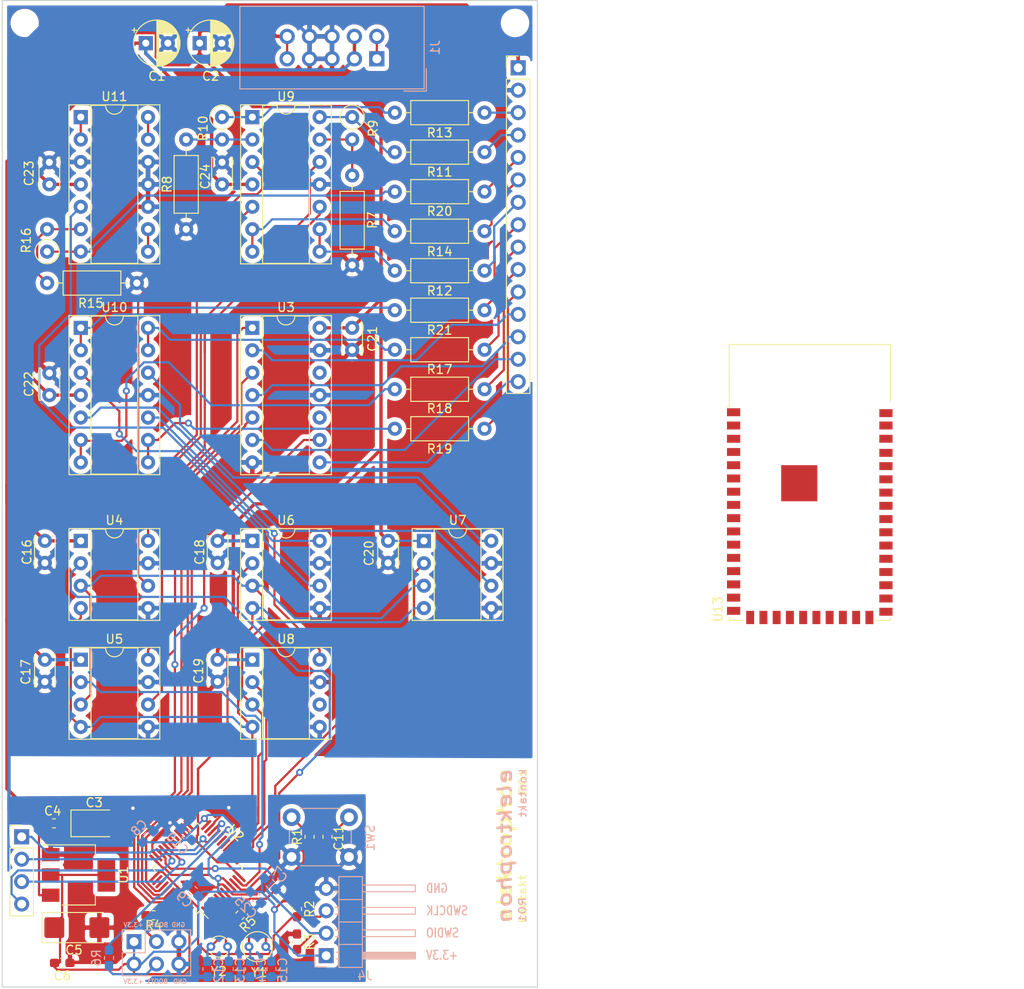
<source format=kicad_pcb>
(kicad_pcb (version 20171130) (host pcbnew "(5.1.8)-1")
  (title_block (title kontakt) (date 2020-05-10) (rev 01) (comment 1 "midi to cv interface") (comment 2 "PCB for main circuit") (comment 4 "License CC BY 4.0 - Attribution 4.0 International"))
  (layers (0 F.Cu signal) (31 B.Cu signal) (34 B.Paste user) (35 F.Paste user) (36 B.SilkS user) (37 F.SilkS user) (38 B.Mask user) (39 F.Mask user) (44 Edge.Cuts user))
  (net 0 "")
  (net 1 +5V)
  (net 2 GND)
  (net 3 +3V3)
  (net 4 +15V)
  (net 5 -15V)
  (net 6 "/STM32 Board/RESET")
  (net 7 "/STM32 Board/PC14")
  (net 8 "/STM32 Board/PC15")
  (net 9 "/STM32 Board/OSCIN")
  (net 10 "/STM32 Board/OSCOUT")
  (net 11 "/STM32 Board/SWDCLK")
  (net 12 "/STM32 Board/SWDIO")
  (net 13 "/STM32 Board/BOOT0")
  (net 14 "/STM32 Board/BOOT1")
  (net 15 "Net-(R11-Pad2)")
  (net 16 "Net-(R12-Pad2)")
  (net 17 "Net-(R17-Pad2)")
  (net 18 SIG_TRIGGER_1)
  (net 19 MOSI)
  (net 20 SCK)
  (net 21 CS_5)
  (net 22 CS_4)
  (net 23 CS_3)
  (net 24 CS_2)
  (net 25 CS_1)
  (net 26 OUT_CLOCK)
  (net 27 OUT_TRIGGER_3)
  (net 28 OUT_TRIGGER_2)
  (net 29 OUT_TRIGGER_1)
  (net 30 PITCH_BEND_3)
  (net 31 PITCH_BEND_2)
  (net 32 PITCH_BEND_1)
  (net 33 Velocity_3)
  (net 34 Velocity_2)
  (net 35 Velocity_1)
  (net 36 Note_3)
  (net 37 Note_2)
  (net 38 Note_1)
  (net 39 PA11)
  (net 40 PA12)
  (net 41 LED_CONNECT)
  (net 42 LED_ACTIVITY)
  (net 43 "Net-(R7-Pad2)")
  (net 44 "Net-(R10-Pad2)")
  (net 45 "Net-(R10-Pad1)")
  (net 46 "Net-(R14-Pad2)")
  (net 47 "Net-(R15-Pad2)")
  (net 48 "Net-(R16-Pad1)")
  (net 49 "Net-(R18-Pad2)")
  (net 50 "Net-(R19-Pad2)")
  (net 51 "Net-(R21-Pad2)")
  (net 52 SIG_TRIGGER_2)
  (net 53 SIG_TRIGGER_3)
  (net 54 SIG_CLOCK)
  (net 55 "/Analog Circuit/SIG_VELOCITY_1")
  (net 56 "/Analog Circuit/SIG_NOTE_1")
  (net 57 "/Analog Circuit/SIG_VELOCITY_2")
  (net 58 "/Analog Circuit/SIG_NOTE_2")
  (net 59 "/Analog Circuit/SIG_VELOCITY_3")
  (net 60 "/Analog Circuit/SIG_NOTE_3")
  (net 61 "/Analog Circuit/SIG_PITCH_BEND_2")
  (net 62 "/Analog Circuit/SIG_PITCH_BEND_1")
  (net 63 "/Analog Circuit/SIG_PITCH_BEND_3")
  (net 64 "Net-(U11-Pad13)")
  (net 65 "Net-(U11-Pad1)")
  (net 66 "Net-(U11-Pad8)")
  (net 67 "Net-(J5-Pad4)")
  (net 68 "Net-(J5-Pad3)")
  (net 69 "Net-(U2-Pad1)")
  (net 70 "Net-(U2-Pad2)")
  (net 71 "Net-(U2-Pad16)")
  (net 72 "Net-(U2-Pad18)")
  (net 73 "Net-(U2-Pad19)")
  (net 74 "Net-(U2-Pad25)")
  (net 75 "Net-(U2-Pad26)")
  (net 76 "Net-(U2-Pad27)")
  (net 77 "Net-(U2-Pad28)")
  (net 78 "Net-(U2-Pad29)")
  (net 79 "Net-(U2-Pad30)")
  (net 80 "Net-(U2-Pad31)")
  (net 81 "Net-(U2-Pad38)")
  (net 82 "Net-(U2-Pad39)")
  (net 83 "Net-(U2-Pad45)")
  (net 84 "Net-(U2-Pad46)")
  (net 85 "Net-(U3-Pad12)")
  (net 86 "Net-(U3-Pad10)")
  (net 87 "Net-(U8-Pad6)")
  (net 88 "Net-(U13-Pad1)")
  (net 89 "Net-(U13-Pad15)")
  (net 90 "Net-(U13-Pad16)")
  (net 91 "Net-(U13-Pad17)")
  (net 92 "Net-(U13-Pad18)")
  (net 93 "Net-(U13-Pad19)")
  (net 94 "Net-(U13-Pad20)")
  (net 95 "Net-(U13-Pad21)")
  (net 96 "Net-(U13-Pad22)")
  (net 97 "Net-(U13-Pad23)")
  (net 98 "Net-(U13-Pad24)")
  (net 99 "Net-(U13-Pad2)")
  (net 100 "Net-(U13-Pad3)")
  (net 101 "Net-(U13-Pad4)")
  (net 102 "Net-(U13-Pad5)")
  (net 103 "Net-(U13-Pad6)")
  (net 104 "Net-(U13-Pad7)")
  (net 105 "Net-(U13-Pad8)")
  (net 106 "Net-(U13-Pad9)")
  (net 107 "Net-(U13-Pad10)")
  (net 108 "Net-(U13-Pad11)")
  (net 109 "Net-(U13-Pad12)")
  (net 110 "Net-(U13-Pad13)")
  (net 111 "Net-(U13-Pad14)")
  (net 112 "Net-(U13-Pad38)")
  (net 113 "Net-(U13-Pad37)")
  (net 114 "Net-(U13-Pad36)")
  (net 115 "Net-(U13-Pad35)")
  (net 116 "Net-(U13-Pad34)")
  (net 117 "Net-(U13-Pad33)")
  (net 118 "Net-(U13-Pad32)")
  (net 119 "Net-(U13-Pad31)")
  (net 120 "Net-(U13-Pad30)")
  (net 121 "Net-(U13-Pad29)")
  (net 122 "Net-(U13-Pad28)")
  (net 123 "Net-(U13-Pad27)")
  (net 124 "Net-(U13-Pad25)")
  (net 125 "Net-(U13-Pad39)")
  (net 126 "Net-(U13-Pad40)")
  (net 127 "Net-(U13-Pad41)")
  (module RF_Module:ESP32-S2-WROVER (layer F.Cu) (at 142.24 109.22)
    (fp_text reference U13 (at -10.41 10.53 90) (layer F.SilkS))
    (fp_text value ESP32-S2-WROVER)
    (pad 1 smd rect (at -8.625 -11.775) (size 1.5 0.9) (layers F.Cu F.Paste F.Mask) (net 88 "Net-(U13-Pad1)"))
    (pad 15 smd rect (at -8.625 9.225 180) (size 1.5 0.9) (layers F.Cu F.Paste F.Mask) (net 89 "Net-(U13-Pad15)"))
    (pad 16 smd rect (at -8.625 10.725 180) (size 1.5 0.9) (layers F.Cu F.Paste F.Mask) (net 90 "Net-(U13-Pad16)"))
    (pad 17 smd rect (at -6.75 11.475) (size 0.9 1.5) (layers F.Cu F.Paste F.Mask) (net 91 "Net-(U13-Pad17)"))
    (pad 18 smd rect (at -5.25 11.475) (size 0.9 1.5) (layers F.Cu F.Paste F.Mask) (net 92 "Net-(U13-Pad18)"))
    (pad 19 smd rect (at -3.75 11.475) (size 0.9 1.5) (layers F.Cu F.Paste F.Mask) (net 93 "Net-(U13-Pad19)"))
    (pad 20 smd rect (at -2.25 11.475) (size 0.9 1.5) (layers F.Cu F.Paste F.Mask) (net 94 "Net-(U13-Pad20)"))
    (pad 21 smd rect (at -0.75 11.475) (size 0.9 1.5) (layers F.Cu F.Paste F.Mask) (net 95 "Net-(U13-Pad21)"))
    (pad 22 smd rect (at 0.75 11.475) (size 0.9 1.5) (layers F.Cu F.Paste F.Mask) (net 96 "Net-(U13-Pad22)"))
    (pad 23 smd rect (at 2.25 11.475) (size 0.9 1.5) (layers F.Cu F.Paste F.Mask) (net 97 "Net-(U13-Pad23)"))
    (pad 24 smd rect (at 3.75 11.475) (size 0.9 1.5) (layers F.Cu F.Paste F.Mask) (net 98 "Net-(U13-Pad24)"))
    (pad 2 smd rect (at -8.625 -10.275) (size 1.5 0.9) (layers F.Cu F.Paste F.Mask) (net 99 "Net-(U13-Pad2)"))
    (pad 3 smd rect (at -8.625 -8.775) (size 1.5 0.9) (layers F.Cu F.Paste F.Mask) (net 100 "Net-(U13-Pad3)"))
    (pad 4 smd rect (at -8.625 -7.275) (size 1.5 0.9) (layers F.Cu F.Paste F.Mask) (net 101 "Net-(U13-Pad4)"))
    (pad 5 smd rect (at -8.625 -5.775) (size 1.5 0.9) (layers F.Cu F.Paste F.Mask) (net 102 "Net-(U13-Pad5)"))
    (pad 6 smd rect (at -8.625 -4.275) (size 1.5 0.9) (layers F.Cu F.Paste F.Mask) (net 103 "Net-(U13-Pad6)"))
    (pad 7 smd rect (at -8.625 -2.775) (size 1.5 0.9) (layers F.Cu F.Paste F.Mask) (net 104 "Net-(U13-Pad7)"))
    (pad 8 smd rect (at -8.625 -1.275) (size 1.5 0.9) (layers F.Cu F.Paste F.Mask) (net 105 "Net-(U13-Pad8)"))
    (pad 9 smd rect (at -8.625 0.225) (size 1.5 0.9) (layers F.Cu F.Paste F.Mask) (net 106 "Net-(U13-Pad9)"))
    (pad 10 smd rect (at -8.625 1.725) (size 1.5 0.9) (layers F.Cu F.Paste F.Mask) (net 107 "Net-(U13-Pad10)"))
    (pad 11 smd rect (at -8.625 3.225) (size 1.5 0.9) (layers F.Cu F.Paste F.Mask) (net 108 "Net-(U13-Pad11)"))
    (pad 12 smd rect (at -8.625 4.725) (size 1.5 0.9) (layers F.Cu F.Paste F.Mask) (net 109 "Net-(U13-Pad12)"))
    (pad 13 smd rect (at -8.625 6.225) (size 1.5 0.9) (layers F.Cu F.Paste F.Mask) (net 110 "Net-(U13-Pad13)"))
    (pad 14 smd rect (at -8.625 7.725) (size 1.5 0.9) (layers F.Cu F.Paste F.Mask) (net 111 "Net-(U13-Pad14)"))
    (pad 38 smd rect (at 8.625 -5.675) (size 1.5 0.9) (layers F.Cu F.Paste F.Mask) (net 112 "Net-(U13-Pad38)"))
    (pad 37 smd rect (at 8.625 -4.175) (size 1.5 0.9) (layers F.Cu F.Paste F.Mask) (net 113 "Net-(U13-Pad37)"))
    (pad 36 smd rect (at 8.625 -2.675) (size 1.5 0.9) (layers F.Cu F.Paste F.Mask) (net 114 "Net-(U13-Pad36)"))
    (pad 35 smd rect (at 8.625 -1.175) (size 1.5 0.9) (layers F.Cu F.Paste F.Mask) (net 115 "Net-(U13-Pad35)"))
    (pad 34 smd rect (at 8.625 0.325) (size 1.5 0.9) (layers F.Cu F.Paste F.Mask) (net 116 "Net-(U13-Pad34)"))
    (pad 33 smd rect (at 8.625 1.825) (size 1.5 0.9) (layers F.Cu F.Paste F.Mask) (net 117 "Net-(U13-Pad33)"))
    (pad 32 smd rect (at 8.625 3.325) (size 1.5 0.9) (layers F.Cu F.Paste F.Mask) (net 118 "Net-(U13-Pad32)"))
    (pad 31 smd rect (at 8.625 4.825) (size 1.5 0.9) (layers F.Cu F.Paste F.Mask) (net 119 "Net-(U13-Pad31)"))
    (pad 30 smd rect (at 8.625 6.325) (size 1.5 0.9) (layers F.Cu F.Paste F.Mask) (net 120 "Net-(U13-Pad30)"))
    (pad 29 smd rect (at 8.625 7.825) (size 1.5 0.9) (layers F.Cu F.Paste F.Mask) (net 121 "Net-(U13-Pad29)"))
    (pad 28 smd rect (at 8.625 9.325) (size 1.5 0.9) (layers F.Cu F.Paste F.Mask) (net 122 "Net-(U13-Pad28)"))
    (pad 27 smd rect (at 8.625 10.825) (size 1.5 0.9) (layers F.Cu F.Paste F.Mask) (net 123 "Net-(U13-Pad27)"))
    (pad 26 smd rect (at 6.75 11.475) (size 0.9 1.5) (layers F.Cu F.Paste F.Mask) (net 88 "Net-(U13-Pad1)"))
    (pad 25 smd rect (at 5.25 11.475) (size 0.9 1.5) (layers F.Cu F.Paste F.Mask) (net 124 "Net-(U13-Pad25)"))
    (pad 39 smd rect (at 8.625 -7.175) (size 1.5 0.9) (layers F.Cu F.Paste F.Mask) (net 125 "Net-(U13-Pad39)"))
    (pad 40 smd rect (at 8.625 -8.775) (size 1.5 0.9) (layers F.Cu F.Paste F.Mask) (net 126 "Net-(U13-Pad40)"))
    (pad 41 smd rect (at 8.625 -10.275) (size 1.5 0.9) (layers F.Cu F.Paste F.Mask) (net 127 "Net-(U13-Pad41)"))
    (pad 42 smd rect (at 8.625 -11.675) (size 1.5 0.9) (layers F.Cu F.Paste F.Mask) (net 88 "Net-(U13-Pad1)"))
    (pad 43 smd rect (at -1.19 -3.735) (size 4.1 4.1) (layers F.Cu F.Paste F.Mask) (net 88 "Net-(U13-Pad1)"))
  )
  (module Connector_PinHeader_2.54mm:PinHeader_2x03_P2.54mm_Vertical (layer B.Cu) (at 65.7225 157.4165 270)
    (fp_text reference J5 hide)
    (fp_text value Conn_02x03_Odd_Even hide)
    (pad 6 thru_hole oval (at 2.54 -5.08 270) (size 1.7 1.7) (drill 1) (layers *.Cu *.Mask) (net 2 GND))
    (pad 5 thru_hole oval (at 0 -5.08 270) (size 1.7 1.7) (drill 1) (layers *.Cu *.Mask) (net 2 GND))
    (pad 4 thru_hole oval (at 2.54 -2.54 270) (size 1.7 1.7) (drill 1) (layers *.Cu *.Mask) (net 67 "Net-(J5-Pad4)"))
    (pad 3 thru_hole oval (at 0 -2.54 270) (size 1.7 1.7) (drill 1) (layers *.Cu *.Mask) (net 68 "Net-(J5-Pad3)"))
    (pad 2 thru_hole oval (at 2.54 0 270) (size 1.7 1.7) (drill 1) (layers *.Cu *.Mask) (net 3 +3V3))
    (pad 1 thru_hole rect (at 0 0 270) (size 1.7 1.7) (drill 1) (layers *.Cu *.Mask) (net 3 +3V3))
  )
  (module Capacitor_Tantalum_SMD:CP_EIA-6032-20_AVX-F_Pad2.25x2.35mm_HandSolder (layer F.Cu) (at 59.2455 155.829)
    (fp_text reference C5 (at -0.3175 2.54) (layer F.SilkS))
    (fp_text value 330u)
    (pad 2 smd roundrect (at 2.55 0) (size 2.25 2.35) (layers F.Cu F.Paste F.Mask) (roundrect_rratio 0.111111) (net 2 GND))
    (pad 1 smd roundrect (at -2.55 0) (size 2.25 2.35) (layers F.Cu F.Paste F.Mask) (roundrect_rratio 0.111111) (net 3 +3V3))
  )
  (module Capacitor_Tantalum_SMD:CP_EIA-3528-15_AVX-H_Pad1.50x2.35mm_HandSolder (layer F.Cu) (at 61.214 144.018)
    (fp_text reference C3 (at 0 -2.35) (layer F.SilkS))
    (fp_text value 100u)
    (pad 2 smd roundrect (at 1.625 0) (size 1.5 2.35) (layers F.Cu F.Paste F.Mask) (roundrect_rratio 0.166667) (net 2 GND))
    (pad 1 smd roundrect (at -1.625 0) (size 1.5 2.35) (layers F.Cu F.Paste F.Mask) (roundrect_rratio 0.166667) (net 1 +5V))
  )
  (module Connector_PinHeader_2.54mm:PinHeader_1x04_P2.54mm_Horizontal (layer B.Cu) (at 87.4776 159.004)
    (fp_text reference J4 (at 4.385 2.27) (layer B.SilkS) (effects (justify mirror)))
    (fp_text value SWD)
    (pad 4 thru_hole oval (at 0 -7.62) (size 1.7 1.7) (drill 1) (layers *.Cu *.Mask) (net 2 GND))
    (pad 3 thru_hole oval (at 0 -5.08) (size 1.7 1.7) (drill 1) (layers *.Cu *.Mask) (net 11 "/STM32 Board/SWDCLK"))
    (pad 2 thru_hole oval (at 0 -2.54) (size 1.7 1.7) (drill 1) (layers *.Cu *.Mask) (net 12 "/STM32 Board/SWDIO"))
    (pad 1 thru_hole rect (at 0 0) (size 1.7 1.7) (drill 1) (layers *.Cu *.Mask) (net 3 +3V3))
  )
  (module Connector_PinHeader_2.54mm:PinHeader_1x04_P2.54mm_Vertical (layer F.Cu) (at 53 145.542)
    (fp_text reference J3 hide)
    (fp_text value Conn_01x04_Female hide)
    (pad 1 thru_hole rect (at 0 0) (size 1.7 1.7) (drill 1) (layers *.Cu *.Mask) (net 42 LED_ACTIVITY))
    (pad 2 thru_hole oval (at 0 2.54) (size 1.7 1.7) (drill 1) (layers *.Cu *.Mask) (net 41 LED_CONNECT))
    (pad 3 thru_hole oval (at 0 5.08) (size 1.7 1.7) (drill 1) (layers *.Cu *.Mask) (net 39 PA11))
    (pad 4 thru_hole oval (at 0 7.62) (size 1.7 1.7) (drill 1) (layers *.Cu *.Mask) (net 40 PA12))
  )
  (module "elektrophon:elektrophon logo" (layer F.Cu) (at 108.712 146.558 90)
    (fp_text reference REF** hide)
    (fp_text value "elektrophon logo" hide)
    (fp_text user kontakt (at 8.84 1.02 90) (layer B.SilkS) (effects (font (size 0.8 1)) (justify left mirror)))
    (fp_text user R01 (at -8.83 1 90) (layer B.SilkS) (effects (font (size 0.8 1)) (justify right mirror)))
    (fp_text user elektrophon (at 0 -1.016 90) (layer B.SilkS) (effects (font (size 1.5 2) (thickness 0.3) italic) (justify mirror)))
    (fp_text user R01 (at 8.8 1.02 90) (layer F.SilkS) (effects (font (size 0.8 1)) (justify right)))
    (fp_text user kontakt (at -8.88 1 90) (layer F.SilkS) (effects (font (size 0.8 1)) (justify left)))
    (fp_text user elektrophon (at 0 -1.016 90) (layer F.SilkS) (effects (font (size 1.5 2) (thickness 0.3) italic)))
  )
  (module Package_TO_SOT_SMD:SOT-223-3_TabPin2 (layer F.Cu) (at 59.436 149.86)
    (fp_text reference U1 (at 5.08 0 90) (layer F.SilkS))
    (fp_text value AMS1117-3.3)
    (pad 1 smd rect (at -3.15 -2.3) (size 2 1.5) (layers F.Cu F.Paste F.Mask) (net 2 GND))
    (pad 3 smd rect (at -3.15 2.3) (size 2 1.5) (layers F.Cu F.Paste F.Mask) (net 1 +5V))
    (pad 2 smd rect (at -3.15 0) (size 2 1.5) (layers F.Cu F.Paste F.Mask) (net 3 +3V3))
    (pad 2 smd rect (at 3.15 0) (size 2 3.8) (layers F.Cu F.Paste F.Mask) (net 3 +3V3))
  )
  (module Capacitor_SMD:C_0603_1608Metric_Pad1.05x0.95mm_HandSolder (layer B.Cu) (at 79.502 152.384 135)
    (fp_text reference C25 (at -0.011314 -1.62776 315) (layer B.SilkS) (effects (justify mirror)))
    (fp_text value 1u)
    (pad 2 smd roundrect (at 0.875 0 135) (size 1.05 0.95) (layers B.Cu B.Paste B.Mask) (net 3 +3V3))
    (pad 1 smd roundrect (at -0.875 0 135) (size 1.05 0.95) (layers B.Cu B.Paste B.Mask) (net 2 GND))
  )
  (module Connector_IDC:IDC-Header_2x05_P2.54mm_Vertical (layer B.Cu) (at 93.218 57.404 90)
    (fp_text reference J1 (at 1.27 6.604 270) (layer B.SilkS) (effects (justify mirror)))
    (fp_text value "IDC Header")
    (pad 10 thru_hole oval (at 2.54 -10.16 90) (size 1.7272 1.7272) (drill 1.016) (layers *.Cu *.Mask) (net 1 +5V))
    (pad 9 thru_hole oval (at 0 -10.16 90) (size 1.7272 1.7272) (drill 1.016) (layers *.Cu *.Mask) (net 1 +5V))
    (pad 8 thru_hole oval (at 2.54 -7.62 90) (size 1.7272 1.7272) (drill 1.016) (layers *.Cu *.Mask) (net 2 GND))
    (pad 7 thru_hole oval (at 0 -7.62 90) (size 1.7272 1.7272) (drill 1.016) (layers *.Cu *.Mask) (net 2 GND))
    (pad 6 thru_hole oval (at 2.54 -5.08 90) (size 1.7272 1.7272) (drill 1.016) (layers *.Cu *.Mask) (net 2 GND))
    (pad 5 thru_hole oval (at 0 -5.08 90) (size 1.7272 1.7272) (drill 1.016) (layers *.Cu *.Mask) (net 2 GND))
    (pad 4 thru_hole oval (at 2.54 -2.54 90) (size 1.7272 1.7272) (drill 1.016) (layers *.Cu *.Mask) (net 4 +15V))
    (pad 3 thru_hole oval (at 0 -2.54 90) (size 1.7272 1.7272) (drill 1.016) (layers *.Cu *.Mask) (net 4 +15V))
    (pad 2 thru_hole oval (at 2.54 0 90) (size 1.7272 1.7272) (drill 1.016) (layers *.Cu *.Mask) (net 5 -15V))
    (pad 1 thru_hole rect (at 0 0 90) (size 1.7272 1.7272) (drill 1.016) (layers *.Cu *.Mask) (net 5 -15V))
  )
  (module Capacitor_THT:CP_Radial_D5.0mm_P2.50mm (layer F.Cu) (at 73.152 55.626)
    (fp_text reference C2 (at 1.25 3.743) (layer F.SilkS))
    (fp_text value 10u)
    (pad 2 thru_hole circle (at 2.5 0) (size 1.6 1.6) (drill 0.8) (layers *.Cu *.Mask) (net 2 GND))
    (pad 1 thru_hole rect (at 0 0) (size 1.6 1.6) (drill 0.8) (layers *.Cu *.Mask) (net 1 +5V))
  )
  (module Resistor_THT:R_Axial_DIN0207_L6.3mm_D2.5mm_P2.54mm_Vertical (layer F.Cu) (at 55.88 79.248 90)
    (fp_text reference R16 (at 1.27 -2.37 90) (layer F.SilkS))
    (fp_text value 17k)
    (pad 2 thru_hole oval (at 2.54 0 90) (size 1.6 1.6) (drill 0.8) (layers *.Cu *.Mask) (net 47 "Net-(R15-Pad2)"))
    (pad 1 thru_hole circle (at 0 0 90) (size 1.6 1.6) (drill 0.8) (layers *.Cu *.Mask) (net 48 "Net-(R16-Pad1)"))
  )
  (module Resistor_THT:R_Axial_DIN0207_L6.3mm_D2.5mm_P2.54mm_Vertical (layer F.Cu) (at 75.692 64.008 270)
    (fp_text reference R10 (at 1.27 2.159 90) (layer F.SilkS))
    (fp_text value 17k)
    (pad 2 thru_hole oval (at 2.54 0 270) (size 1.6 1.6) (drill 0.8) (layers *.Cu *.Mask) (net 44 "Net-(R10-Pad2)"))
    (pad 1 thru_hole circle (at 0 0 270) (size 1.6 1.6) (drill 0.8) (layers *.Cu *.Mask) (net 45 "Net-(R10-Pad1)"))
  )
  (module Resistor_THT:R_Axial_DIN0207_L6.3mm_D2.5mm_P2.54mm_Vertical (layer F.Cu) (at 90.424 64.008 270)
    (fp_text reference R9 (at 1.27 -2.37 90) (layer F.SilkS))
    (fp_text value 17k)
    (pad 2 thru_hole oval (at 2.54 0 270) (size 1.6 1.6) (drill 0.8) (layers *.Cu *.Mask) (net 43 "Net-(R7-Pad2)"))
    (pad 1 thru_hole circle (at 0 0 270) (size 1.6 1.6) (drill 0.8) (layers *.Cu *.Mask) (net 15 "Net-(R11-Pad2)"))
  )
  (module Package_QFP:LQFP-48_7x7mm_P0.5mm (layer F.Cu) (at 72.898 149.098 135)
    (fp_text reference U2 (at -0.224506 5.882068 135) (layer F.SilkS))
    (fp_text value STM32F103C8Tx)
    (pad 1 smd roundrect (at -4.1625 -2.75 135) (size 1.475 0.3) (layers F.Cu F.Paste F.Mask) (net 69 "Net-(U2-Pad1)"))
    (pad 2 smd roundrect (at -4.1625 -2.25 135) (size 1.475 0.3) (layers F.Cu F.Paste F.Mask) (net 70 "Net-(U2-Pad2)"))
    (pad 3 smd roundrect (at -4.1625 -1.75 135) (size 1.475 0.3) (layers F.Cu F.Paste F.Mask) (net 7 "/STM32 Board/PC14"))
    (pad 4 smd roundrect (at -4.1625 -1.25 135) (size 1.475 0.3) (layers F.Cu F.Paste F.Mask) (net 8 "/STM32 Board/PC15"))
    (pad 5 smd roundrect (at -4.1625 -0.75 135) (size 1.475 0.3) (layers F.Cu F.Paste F.Mask) (net 9 "/STM32 Board/OSCIN"))
    (pad 6 smd roundrect (at -4.1625 -0.25 135) (size 1.475 0.3) (layers F.Cu F.Paste F.Mask) (net 10 "/STM32 Board/OSCOUT"))
    (pad 7 smd roundrect (at -4.1625 0.25 135) (size 1.475 0.3) (layers F.Cu F.Paste F.Mask) (net 6 "/STM32 Board/RESET"))
    (pad 8 smd roundrect (at -4.1625 0.75 135) (size 1.475 0.3) (layers F.Cu F.Paste F.Mask) (net 2 GND))
    (pad 9 smd roundrect (at -4.1625 1.25 135) (size 1.475 0.3) (layers F.Cu F.Paste F.Mask) (net 3 +3V3))
    (pad 10 smd roundrect (at -4.1625 1.75 135) (size 1.475 0.3) (layers F.Cu F.Paste F.Mask) (net 25 CS_1))
    (pad 11 smd roundrect (at -4.1625 2.25 135) (size 1.475 0.3) (layers F.Cu F.Paste F.Mask) (net 24 CS_2))
    (pad 12 smd roundrect (at -4.1625 2.75 135) (size 1.475 0.3) (layers F.Cu F.Paste F.Mask) (net 23 CS_3))
    (pad 13 smd roundrect (at -2.75 4.1625 135) (size 0.3 1.475) (layers F.Cu F.Paste F.Mask) (net 22 CS_4))
    (pad 14 smd roundrect (at -2.25 4.1625 135) (size 0.3 1.475) (layers F.Cu F.Paste F.Mask) (net 21 CS_5))
    (pad 15 smd roundrect (at -1.75 4.1625 135) (size 0.3 1.475) (layers F.Cu F.Paste F.Mask) (net 20 SCK))
    (pad 16 smd roundrect (at -1.25 4.1625 135) (size 0.3 1.475) (layers F.Cu F.Paste F.Mask) (net 71 "Net-(U2-Pad16)"))
    (pad 17 smd roundrect (at -0.75 4.1625 135) (size 0.3 1.475) (layers F.Cu F.Paste F.Mask) (net 19 MOSI))
    (pad 18 smd roundrect (at -0.25 4.1625 135) (size 0.3 1.475) (layers F.Cu F.Paste F.Mask) (net 72 "Net-(U2-Pad18)"))
    (pad 19 smd roundrect (at 0.25 4.1625 135) (size 0.3 1.475) (layers F.Cu F.Paste F.Mask) (net 73 "Net-(U2-Pad19)"))
    (pad 20 smd roundrect (at 0.75 4.1625 135) (size 0.3 1.475) (layers F.Cu F.Paste F.Mask) (net 14 "/STM32 Board/BOOT1"))
    (pad 21 smd roundrect (at 1.25 4.1625 135) (size 0.3 1.475) (layers F.Cu F.Paste F.Mask) (net 42 LED_ACTIVITY))
    (pad 22 smd roundrect (at 1.75 4.1625 135) (size 0.3 1.475) (layers F.Cu F.Paste F.Mask) (net 41 LED_CONNECT))
    (pad 23 smd roundrect (at 2.25 4.1625 135) (size 0.3 1.475) (layers F.Cu F.Paste F.Mask) (net 2 GND))
    (pad 24 smd roundrect (at 2.75 4.1625 135) (size 0.3 1.475) (layers F.Cu F.Paste F.Mask) (net 3 +3V3))
    (pad 25 smd roundrect (at 4.1625 2.75 135) (size 1.475 0.3) (layers F.Cu F.Paste F.Mask) (net 74 "Net-(U2-Pad25)"))
    (pad 26 smd roundrect (at 4.1625 2.25 135) (size 1.475 0.3) (layers F.Cu F.Paste F.Mask) (net 75 "Net-(U2-Pad26)"))
    (pad 27 smd roundrect (at 4.1625 1.75 135) (size 1.475 0.3) (layers F.Cu F.Paste F.Mask) (net 76 "Net-(U2-Pad27)"))
    (pad 28 smd roundrect (at 4.1625 1.25 135) (size 1.475 0.3) (layers F.Cu F.Paste F.Mask) (net 77 "Net-(U2-Pad28)"))
    (pad 29 smd roundrect (at 4.1625 0.75 135) (size 1.475 0.3) (layers F.Cu F.Paste F.Mask) (net 78 "Net-(U2-Pad29)"))
    (pad 30 smd roundrect (at 4.1625 0.25 135) (size 1.475 0.3) (layers F.Cu F.Paste F.Mask) (net 79 "Net-(U2-Pad30)"))
    (pad 31 smd roundrect (at 4.1625 -0.25 135) (size 1.475 0.3) (layers F.Cu F.Paste F.Mask) (net 80 "Net-(U2-Pad31)"))
    (pad 32 smd roundrect (at 4.1625 -0.75 135) (size 1.475 0.3) (layers F.Cu F.Paste F.Mask) (net 39 PA11))
    (pad 33 smd roundrect (at 4.1625 -1.25 135) (size 1.475 0.3) (layers F.Cu F.Paste F.Mask) (net 40 PA12))
    (pad 34 smd roundrect (at 4.1625 -1.75 135) (size 1.475 0.3) (layers F.Cu F.Paste F.Mask) (net 12 "/STM32 Board/SWDIO"))
    (pad 35 smd roundrect (at 4.1625 -2.25 135) (size 1.475 0.3) (layers F.Cu F.Paste F.Mask) (net 2 GND))
    (pad 36 smd roundrect (at 4.1625 -2.75 135) (size 1.475 0.3) (layers F.Cu F.Paste F.Mask) (net 3 +3V3))
    (pad 37 smd roundrect (at 2.75 -4.1625 135) (size 0.3 1.475) (layers F.Cu F.Paste F.Mask) (net 11 "/STM32 Board/SWDCLK"))
    (pad 38 smd roundrect (at 2.25 -4.1625 135) (size 0.3 1.475) (layers F.Cu F.Paste F.Mask) (net 81 "Net-(U2-Pad38)"))
    (pad 39 smd roundrect (at 1.75 -4.1625 135) (size 0.3 1.475) (layers F.Cu F.Paste F.Mask) (net 82 "Net-(U2-Pad39)"))
    (pad 40 smd roundrect (at 1.25 -4.1625 135) (size 0.3 1.475) (layers F.Cu F.Paste F.Mask) (net 53 SIG_TRIGGER_3))
    (pad 41 smd roundrect (at 0.75 -4.1625 135) (size 0.3 1.475) (layers F.Cu F.Paste F.Mask) (net 52 SIG_TRIGGER_2))
    (pad 42 smd roundrect (at 0.25 -4.1625 135) (size 0.3 1.475) (layers F.Cu F.Paste F.Mask) (net 18 SIG_TRIGGER_1))
    (pad 43 smd roundrect (at -0.25 -4.1625 135) (size 0.3 1.475) (layers F.Cu F.Paste F.Mask) (net 54 SIG_CLOCK))
    (pad 44 smd roundrect (at -0.75 -4.1625 135) (size 0.3 1.475) (layers F.Cu F.Paste F.Mask) (net 13 "/STM32 Board/BOOT0"))
    (pad 45 smd roundrect (at -1.25 -4.1625 135) (size 0.3 1.475) (layers F.Cu F.Paste F.Mask) (net 83 "Net-(U2-Pad45)"))
    (pad 46 smd roundrect (at -1.75 -4.1625 135) (size 0.3 1.475) (layers F.Cu F.Paste F.Mask) (net 84 "Net-(U2-Pad46)"))
    (pad 47 smd roundrect (at -2.25 -4.1625 135) (size 0.3 1.475) (layers F.Cu F.Paste F.Mask) (net 2 GND))
    (pad 48 smd roundrect (at -2.75 -4.1625 135) (size 0.3 1.475) (layers F.Cu F.Paste F.Mask) (net 3 +3V3))
  )
  (module Crystal:Crystal_Round_D2.0mm_Vertical (layer F.Cu) (at 74.422 157.988)
    (fp_text reference Y2 (at 0.889 2.794) (layer F.SilkS))
    (fp_text value 32.768K)
    (pad 2 thru_hole circle (at 1.9 0) (size 1 1) (drill 0.5) (layers *.Cu *.Mask) (net 8 "/STM32 Board/PC15"))
    (pad 1 thru_hole circle (at 0 0) (size 1 1) (drill 0.5) (layers *.Cu *.Mask) (net 7 "/STM32 Board/PC14"))
  )
  (module Crystal:Crystal_Round_D3.0mm_Vertical (layer F.Cu) (at 78.74 157.988)
    (fp_text reference Y1 (at 1.143 2.921) (layer F.SilkS))
    (fp_text value 8MHz)
    (pad 2 thru_hole circle (at 1.9 0) (size 1 1) (drill 0.5) (layers *.Cu *.Mask) (net 10 "/STM32 Board/OSCOUT"))
    (pad 1 thru_hole circle (at 0 0) (size 1 1) (drill 0.5) (layers *.Cu *.Mask) (net 9 "/STM32 Board/OSCIN"))
  )
  (module Package_DIP:DIP-14_W7.62mm_Socket (layer F.Cu) (at 59.69 64.008)
    (fp_text reference U11 (at 3.81 -2.33) (layer F.SilkS))
    (fp_text value LM324)
    (pad 14 thru_hole oval (at 7.62 0) (size 1.6 1.6) (drill 0.8) (layers *.Cu *.Mask) (net 64 "Net-(U11-Pad13)"))
    (pad 7 thru_hole oval (at 0 15.24) (size 1.6 1.6) (drill 0.8) (layers *.Cu *.Mask) (net 48 "Net-(R16-Pad1)"))
    (pad 13 thru_hole oval (at 7.62 2.54) (size 1.6 1.6) (drill 0.8) (layers *.Cu *.Mask) (net 64 "Net-(U11-Pad13)"))
    (pad 6 thru_hole oval (at 0 12.7) (size 1.6 1.6) (drill 0.8) (layers *.Cu *.Mask) (net 47 "Net-(R15-Pad2)"))
    (pad 12 thru_hole oval (at 7.62 5.08) (size 1.6 1.6) (drill 0.8) (layers *.Cu *.Mask) (net 2 GND))
    (pad 5 thru_hole oval (at 0 10.16) (size 1.6 1.6) (drill 0.8) (layers *.Cu *.Mask) (net 60 "/Analog Circuit/SIG_NOTE_3"))
    (pad 11 thru_hole oval (at 7.62 7.62) (size 1.6 1.6) (drill 0.8) (layers *.Cu *.Mask) (net 2 GND))
    (pad 4 thru_hole oval (at 0 7.62) (size 1.6 1.6) (drill 0.8) (layers *.Cu *.Mask) (net 4 +15V))
    (pad 10 thru_hole oval (at 7.62 10.16) (size 1.6 1.6) (drill 0.8) (layers *.Cu *.Mask) (net 2 GND))
    (pad 3 thru_hole oval (at 0 5.08) (size 1.6 1.6) (drill 0.8) (layers *.Cu *.Mask) (net 2 GND))
    (pad 9 thru_hole oval (at 7.62 12.7) (size 1.6 1.6) (drill 0.8) (layers *.Cu *.Mask) (net 66 "Net-(U11-Pad8)"))
    (pad 2 thru_hole oval (at 0 2.54) (size 1.6 1.6) (drill 0.8) (layers *.Cu *.Mask) (net 65 "Net-(U11-Pad1)"))
    (pad 8 thru_hole oval (at 7.62 15.24) (size 1.6 1.6) (drill 0.8) (layers *.Cu *.Mask) (net 66 "Net-(U11-Pad8)"))
    (pad 1 thru_hole rect (at 0 0) (size 1.6 1.6) (drill 0.8) (layers *.Cu *.Mask) (net 65 "Net-(U11-Pad1)"))
  )
  (module Package_DIP:DIP-14_W7.62mm_Socket (layer F.Cu) (at 79.121 64.008)
    (fp_text reference U9 (at 3.81 -2.33) (layer F.SilkS))
    (fp_text value LM324)
    (pad 14 thru_hole oval (at 7.62 0) (size 1.6 1.6) (drill 0.8) (layers *.Cu *.Mask) (net 15 "Net-(R11-Pad2)"))
    (pad 7 thru_hole oval (at 0 15.24) (size 1.6 1.6) (drill 0.8) (layers *.Cu *.Mask) (net 46 "Net-(R14-Pad2)"))
    (pad 13 thru_hole oval (at 7.62 2.54) (size 1.6 1.6) (drill 0.8) (layers *.Cu *.Mask) (net 43 "Net-(R7-Pad2)"))
    (pad 6 thru_hole oval (at 0 12.7) (size 1.6 1.6) (drill 0.8) (layers *.Cu *.Mask) (net 46 "Net-(R14-Pad2)"))
    (pad 12 thru_hole oval (at 7.62 5.08) (size 1.6 1.6) (drill 0.8) (layers *.Cu *.Mask) (net 58 "/Analog Circuit/SIG_NOTE_2"))
    (pad 5 thru_hole oval (at 0 10.16) (size 1.6 1.6) (drill 0.8) (layers *.Cu *.Mask) (net 55 "/Analog Circuit/SIG_VELOCITY_1"))
    (pad 11 thru_hole oval (at 7.62 7.62) (size 1.6 1.6) (drill 0.8) (layers *.Cu *.Mask) (net 2 GND))
    (pad 4 thru_hole oval (at 0 7.62) (size 1.6 1.6) (drill 0.8) (layers *.Cu *.Mask) (net 4 +15V))
    (pad 10 thru_hole oval (at 7.62 10.16) (size 1.6 1.6) (drill 0.8) (layers *.Cu *.Mask) (net 57 "/Analog Circuit/SIG_VELOCITY_2"))
    (pad 3 thru_hole oval (at 0 5.08) (size 1.6 1.6) (drill 0.8) (layers *.Cu *.Mask) (net 56 "/Analog Circuit/SIG_NOTE_1"))
    (pad 9 thru_hole oval (at 7.62 12.7) (size 1.6 1.6) (drill 0.8) (layers *.Cu *.Mask) (net 16 "Net-(R12-Pad2)"))
    (pad 2 thru_hole oval (at 0 2.54) (size 1.6 1.6) (drill 0.8) (layers *.Cu *.Mask) (net 44 "Net-(R10-Pad2)"))
    (pad 8 thru_hole oval (at 7.62 15.24) (size 1.6 1.6) (drill 0.8) (layers *.Cu *.Mask) (net 16 "Net-(R12-Pad2)"))
    (pad 1 thru_hole rect (at 0 0) (size 1.6 1.6) (drill 0.8) (layers *.Cu *.Mask) (net 45 "Net-(R10-Pad1)"))
  )
  (module Package_DIP:DIP-14_W7.62mm_Socket (layer F.Cu) (at 79.121 87.884)
    (fp_text reference U3 (at 3.81 -2.33) (layer F.SilkS))
    (fp_text value 40106)
    (pad 14 thru_hole oval (at 7.62 0) (size 1.6 1.6) (drill 0.8) (layers *.Cu *.Mask) (net 1 +5V))
    (pad 7 thru_hole oval (at 0 15.24) (size 1.6 1.6) (drill 0.8) (layers *.Cu *.Mask) (net 2 GND))
    (pad 13 thru_hole oval (at 7.62 2.54) (size 1.6 1.6) (drill 0.8) (layers *.Cu *.Mask) (net 2 GND))
    (pad 6 thru_hole oval (at 0 12.7) (size 1.6 1.6) (drill 0.8) (layers *.Cu *.Mask) (net 27 OUT_TRIGGER_3))
    (pad 12 thru_hole oval (at 7.62 5.08) (size 1.6 1.6) (drill 0.8) (layers *.Cu *.Mask) (net 85 "Net-(U3-Pad12)"))
    (pad 5 thru_hole oval (at 0 10.16) (size 1.6 1.6) (drill 0.8) (layers *.Cu *.Mask) (net 53 SIG_TRIGGER_3))
    (pad 11 thru_hole oval (at 7.62 7.62) (size 1.6 1.6) (drill 0.8) (layers *.Cu *.Mask) (net 2 GND))
    (pad 4 thru_hole oval (at 0 7.62) (size 1.6 1.6) (drill 0.8) (layers *.Cu *.Mask) (net 28 OUT_TRIGGER_2))
    (pad 10 thru_hole oval (at 7.62 10.16) (size 1.6 1.6) (drill 0.8) (layers *.Cu *.Mask) (net 86 "Net-(U3-Pad10)"))
    (pad 3 thru_hole oval (at 0 5.08) (size 1.6 1.6) (drill 0.8) (layers *.Cu *.Mask) (net 52 SIG_TRIGGER_2))
    (pad 9 thru_hole oval (at 7.62 12.7) (size 1.6 1.6) (drill 0.8) (layers *.Cu *.Mask) (net 54 SIG_CLOCK))
    (pad 2 thru_hole oval (at 0 2.54) (size 1.6 1.6) (drill 0.8) (layers *.Cu *.Mask) (net 29 OUT_TRIGGER_1))
    (pad 8 thru_hole oval (at 7.62 15.24) (size 1.6 1.6) (drill 0.8) (layers *.Cu *.Mask) (net 26 OUT_CLOCK))
    (pad 1 thru_hole rect (at 0 0) (size 1.6 1.6) (drill 0.8) (layers *.Cu *.Mask) (net 18 SIG_TRIGGER_1))
  )
  (module Button_Switch_THT:SW_PUSH_6mm (layer B.Cu) (at 83.566 147.828)
    (fp_text reference SW1 (at 8.89 -2.159 90) (layer B.SilkS) (effects (justify mirror)))
    (fp_text value SW_Push)
    (pad 1 thru_hole circle (at 6.5 0 270) (size 2 2) (drill 1.1) (layers *.Cu *.Mask) (net 2 GND))
    (pad 2 thru_hole circle (at 6.5 -4.5 270) (size 2 2) (drill 1.1) (layers *.Cu *.Mask) (net 6 "/STM32 Board/RESET"))
    (pad 1 thru_hole circle (at 0 0 270) (size 2 2) (drill 1.1) (layers *.Cu *.Mask) (net 2 GND))
    (pad 2 thru_hole circle (at 0 -4.5 270) (size 2 2) (drill 1.1) (layers *.Cu *.Mask) (net 6 "/STM32 Board/RESET"))
  )
  (module Resistor_THT:R_Axial_DIN0207_L6.3mm_D2.5mm_P10.16mm_Horizontal (layer F.Cu) (at 105.41 85.88375 180)
    (fp_text reference R21 (at 5.08 -2.25425) (layer F.SilkS))
    (fp_text value 1k)
    (pad 2 thru_hole oval (at 10.16 0 180) (size 1.6 1.6) (drill 0.8) (layers *.Cu *.Mask) (net 51 "Net-(R21-Pad2)"))
    (pad 1 thru_hole circle (at 0 0 180) (size 1.6 1.6) (drill 0.8) (layers *.Cu *.Mask) (net 33 Velocity_3))
  )
  (module Resistor_THT:R_Axial_DIN0207_L6.3mm_D2.5mm_P10.16mm_Horizontal (layer F.Cu) (at 105.41 72.4535 180)
    (fp_text reference R20 (at 5.08 -2.2225) (layer F.SilkS))
    (fp_text value 1k)
    (pad 2 thru_hole oval (at 10.16 0 180) (size 1.6 1.6) (drill 0.8) (layers *.Cu *.Mask) (net 48 "Net-(R16-Pad1)"))
    (pad 1 thru_hole circle (at 0 0 180) (size 1.6 1.6) (drill 0.8) (layers *.Cu *.Mask) (net 36 Note_3))
  )
  (module Resistor_THT:R_Axial_DIN0207_L6.3mm_D2.5mm_P10.16mm_Horizontal (layer F.Cu) (at 105.41 99.314 180)
    (fp_text reference R19 (at 5.08 -2.286) (layer F.SilkS))
    (fp_text value 1k)
    (pad 2 thru_hole oval (at 10.16 0 180) (size 1.6 1.6) (drill 0.8) (layers *.Cu *.Mask) (net 50 "Net-(R19-Pad2)"))
    (pad 1 thru_hole circle (at 0 0 180) (size 1.6 1.6) (drill 0.8) (layers *.Cu *.Mask) (net 30 PITCH_BEND_3))
  )
  (module Resistor_THT:R_Axial_DIN0207_L6.3mm_D2.5mm_P10.16mm_Horizontal (layer F.Cu) (at 105.41 94.83725 180)
    (fp_text reference R18 (at 5.08 -2.19075) (layer F.SilkS))
    (fp_text value 1k)
    (pad 2 thru_hole oval (at 10.16 0 180) (size 1.6 1.6) (drill 0.8) (layers *.Cu *.Mask) (net 49 "Net-(R18-Pad2)"))
    (pad 1 thru_hole circle (at 0 0 180) (size 1.6 1.6) (drill 0.8) (layers *.Cu *.Mask) (net 31 PITCH_BEND_2))
  )
  (module Resistor_THT:R_Axial_DIN0207_L6.3mm_D2.5mm_P10.16mm_Horizontal (layer F.Cu) (at 105.41 90.3605 180)
    (fp_text reference R17 (at 5.08 -2.2225) (layer F.SilkS))
    (fp_text value 1k)
    (pad 2 thru_hole oval (at 10.16 0 180) (size 1.6 1.6) (drill 0.8) (layers *.Cu *.Mask) (net 17 "Net-(R17-Pad2)"))
    (pad 1 thru_hole circle (at 0 0 180) (size 1.6 1.6) (drill 0.8) (layers *.Cu *.Mask) (net 32 PITCH_BEND_1))
  )
  (module Resistor_THT:R_Axial_DIN0207_L6.3mm_D2.5mm_P10.16mm_Horizontal (layer F.Cu) (at 66.04 82.804 180)
    (fp_text reference R15 (at 5.207 -2.286) (layer F.SilkS))
    (fp_text value 22k)
    (pad 2 thru_hole oval (at 10.16 0 180) (size 1.6 1.6) (drill 0.8) (layers *.Cu *.Mask) (net 47 "Net-(R15-Pad2)"))
    (pad 1 thru_hole circle (at 0 0 180) (size 1.6 1.6) (drill 0.8) (layers *.Cu *.Mask) (net 2 GND))
  )
  (module Resistor_THT:R_Axial_DIN0207_L6.3mm_D2.5mm_P10.16mm_Horizontal (layer F.Cu) (at 105.41 76.93025 180)
    (fp_text reference R14 (at 5.08 -2.31775) (layer F.SilkS))
    (fp_text value 1k)
    (pad 2 thru_hole oval (at 10.16 0 180) (size 1.6 1.6) (drill 0.8) (layers *.Cu *.Mask) (net 46 "Net-(R14-Pad2)"))
    (pad 1 thru_hole circle (at 0 0 180) (size 1.6 1.6) (drill 0.8) (layers *.Cu *.Mask) (net 35 Velocity_1))
  )
  (module Resistor_THT:R_Axial_DIN0207_L6.3mm_D2.5mm_P10.16mm_Horizontal (layer F.Cu) (at 105.41 63.5 180)
    (fp_text reference R13 (at 5.08 -2.286) (layer F.SilkS))
    (fp_text value 1k)
    (pad 2 thru_hole oval (at 10.16 0 180) (size 1.6 1.6) (drill 0.8) (layers *.Cu *.Mask) (net 45 "Net-(R10-Pad1)"))
    (pad 1 thru_hole circle (at 0 0 180) (size 1.6 1.6) (drill 0.8) (layers *.Cu *.Mask) (net 38 Note_1))
  )
  (module Resistor_THT:R_Axial_DIN0207_L6.3mm_D2.5mm_P10.16mm_Horizontal (layer F.Cu) (at 105.41 81.407 180)
    (fp_text reference R12 (at 5.08 -2.286) (layer F.SilkS))
    (fp_text value 1k)
    (pad 2 thru_hole oval (at 10.16 0 180) (size 1.6 1.6) (drill 0.8) (layers *.Cu *.Mask) (net 16 "Net-(R12-Pad2)"))
    (pad 1 thru_hole circle (at 0 0 180) (size 1.6 1.6) (drill 0.8) (layers *.Cu *.Mask) (net 34 Velocity_2))
  )
  (module Resistor_THT:R_Axial_DIN0207_L6.3mm_D2.5mm_P10.16mm_Horizontal (layer F.Cu) (at 105.41 67.97675 180)
    (fp_text reference R11 (at 5.08 -2.25425) (layer F.SilkS))
    (fp_text value 1k)
    (pad 2 thru_hole oval (at 10.16 0 180) (size 1.6 1.6) (drill 0.8) (layers *.Cu *.Mask) (net 15 "Net-(R11-Pad2)"))
    (pad 1 thru_hole circle (at 0 0 180) (size 1.6 1.6) (drill 0.8) (layers *.Cu *.Mask) (net 37 Note_2))
  )
  (module Resistor_THT:R_Axial_DIN0207_L6.3mm_D2.5mm_P10.16mm_Horizontal (layer F.Cu) (at 71.628 76.708 90)
    (fp_text reference R8 (at 5.08 -2.159 90) (layer F.SilkS))
    (fp_text value 22k)
    (pad 2 thru_hole oval (at 10.16 0 90) (size 1.6 1.6) (drill 0.8) (layers *.Cu *.Mask) (net 44 "Net-(R10-Pad2)"))
    (pad 1 thru_hole circle (at 0 0 90) (size 1.6 1.6) (drill 0.8) (layers *.Cu *.Mask) (net 2 GND))
  )
  (module Resistor_THT:R_Axial_DIN0207_L6.3mm_D2.5mm_P10.16mm_Horizontal (layer F.Cu) (at 90.424 80.772 90)
    (fp_text reference R7 (at 5.08 2.286 90) (layer F.SilkS))
    (fp_text value 22k)
    (pad 2 thru_hole oval (at 10.16 0 90) (size 1.6 1.6) (drill 0.8) (layers *.Cu *.Mask) (net 43 "Net-(R7-Pad2)"))
    (pad 1 thru_hole circle (at 0 0 90) (size 1.6 1.6) (drill 0.8) (layers *.Cu *.Mask) (net 2 GND))
  )
  (module Connector_PinHeader_2.54mm:PinHeader_1x15_P2.54mm_Vertical (layer F.Cu) (at 109.22 58.42)
    (fp_text reference J2 hide)
    (fp_text value Conn_01x15_Female hide)
    (pad 15 thru_hole oval (at 0 35.56) (size 1.7 1.7) (drill 1) (layers *.Cu *.Mask) (net 26 OUT_CLOCK))
    (pad 14 thru_hole oval (at 0 33.02) (size 1.7 1.7) (drill 1) (layers *.Cu *.Mask) (net 27 OUT_TRIGGER_3))
    (pad 13 thru_hole oval (at 0 30.48) (size 1.7 1.7) (drill 1) (layers *.Cu *.Mask) (net 28 OUT_TRIGGER_2))
    (pad 12 thru_hole oval (at 0 27.94) (size 1.7 1.7) (drill 1) (layers *.Cu *.Mask) (net 29 OUT_TRIGGER_1))
    (pad 11 thru_hole oval (at 0 25.4) (size 1.7 1.7) (drill 1) (layers *.Cu *.Mask) (net 30 PITCH_BEND_3))
    (pad 10 thru_hole oval (at 0 22.86) (size 1.7 1.7) (drill 1) (layers *.Cu *.Mask) (net 31 PITCH_BEND_2))
    (pad 9 thru_hole oval (at 0 20.32) (size 1.7 1.7) (drill 1) (layers *.Cu *.Mask) (net 32 PITCH_BEND_1))
    (pad 8 thru_hole oval (at 0 17.78) (size 1.7 1.7) (drill 1) (layers *.Cu *.Mask) (net 33 Velocity_3))
    (pad 7 thru_hole oval (at 0 15.24) (size 1.7 1.7) (drill 1) (layers *.Cu *.Mask) (net 34 Velocity_2))
    (pad 6 thru_hole oval (at 0 12.7) (size 1.7 1.7) (drill 1) (layers *.Cu *.Mask) (net 35 Velocity_1))
    (pad 5 thru_hole oval (at 0 10.16) (size 1.7 1.7) (drill 1) (layers *.Cu *.Mask) (net 36 Note_3))
    (pad 4 thru_hole oval (at 0 7.62) (size 1.7 1.7) (drill 1) (layers *.Cu *.Mask) (net 37 Note_2))
    (pad 3 thru_hole oval (at 0 5.08) (size 1.7 1.7) (drill 1) (layers *.Cu *.Mask) (net 38 Note_1))
    (pad 2 thru_hole oval (at 0 2.54) (size 1.7 1.7) (drill 1) (layers *.Cu *.Mask) (net 2 GND))
    (pad 1 thru_hole rect (at 0 0) (size 1.7 1.7) (drill 1) (layers *.Cu *.Mask) (net 1 +5V))
  )
  (module MountingHole:MountingHole_2.2mm_M2 (layer F.Cu) (at 53.34 160.02)
    (fp_text reference H4 hide)
    (fp_text value MountingHole hide)
    (pad 1 np_thru_hole circle (at 0 0) (size 2.2 2.2) (drill 2.2) (layers *.Cu *.Mask))
  )
  (module MountingHole:MountingHole_2.2mm_M2 (layer F.Cu) (at 108.86 160.02)
    (fp_text reference H3 hide)
    (fp_text value MountingHole hide)
    (pad 1 np_thru_hole circle (at 0 0) (size 2.2 2.2) (drill 2.2) (layers *.Cu *.Mask))
  )
  (module MountingHole:MountingHole_2.2mm_M2 (layer F.Cu) (at 53.34 53.34)
    (fp_text reference H1 hide)
    (fp_text value MountingHole hide)
    (pad 1 np_thru_hole circle (at 0 0) (size 2.2 2.2) (drill 2.2) (layers *.Cu *.Mask))
  )
  (module Capacitor_THT:C_Disc_D3.4mm_W2.1mm_P2.50mm (layer F.Cu) (at 75.692 71.628 90)
    (fp_text reference C24 (at 0.889 -1.905 90) (layer F.SilkS))
    (fp_text value 0.1u)
    (pad 2 thru_hole circle (at 2.5 0 90) (size 1.6 1.6) (drill 0.8) (layers *.Cu *.Mask) (net 2 GND))
    (pad 1 thru_hole circle (at 0 0 90) (size 1.6 1.6) (drill 0.8) (layers *.Cu *.Mask) (net 4 +15V))
  )
  (module Capacitor_THT:C_Disc_D3.4mm_W2.1mm_P2.50mm (layer F.Cu) (at 56.134 71.628 90)
    (fp_text reference C23 (at 1.25 -2.3 90) (layer F.SilkS))
    (fp_text value 0.1u)
    (pad 2 thru_hole circle (at 2.5 0 90) (size 1.6 1.6) (drill 0.8) (layers *.Cu *.Mask) (net 2 GND))
    (pad 1 thru_hole circle (at 0 0 90) (size 1.6 1.6) (drill 0.8) (layers *.Cu *.Mask) (net 4 +15V))
  )
  (module Capacitor_THT:C_Disc_D3.4mm_W2.1mm_P2.50mm (layer F.Cu) (at 56.134 95.504 90)
    (fp_text reference C22 (at 1.25 -2.3 90) (layer F.SilkS))
    (fp_text value 0.1u)
    (pad 2 thru_hole circle (at 2.5 0 90) (size 1.6 1.6) (drill 0.8) (layers *.Cu *.Mask) (net 2 GND))
    (pad 1 thru_hole circle (at 0 0 90) (size 1.6 1.6) (drill 0.8) (layers *.Cu *.Mask) (net 4 +15V))
  )
  (module Capacitor_THT:C_Disc_D3.4mm_W2.1mm_P2.50mm (layer F.Cu) (at 90.424 87.884 270)
    (fp_text reference C21 (at 1.25 -2.3 90) (layer F.SilkS))
    (fp_text value 0.1u)
    (pad 2 thru_hole circle (at 2.5 0 270) (size 1.6 1.6) (drill 0.8) (layers *.Cu *.Mask) (net 2 GND))
    (pad 1 thru_hole circle (at 0 0 270) (size 1.6 1.6) (drill 0.8) (layers *.Cu *.Mask) (net 1 +5V))
  )
  (module Capacitor_THT:C_Disc_D3.4mm_W2.1mm_P2.50mm (layer F.Cu) (at 94.488 112.014 270)
    (fp_text reference C20 (at 1.397 2.159 90) (layer F.SilkS))
    (fp_text value 0.1u)
    (pad 2 thru_hole circle (at 2.5 0 270) (size 1.6 1.6) (drill 0.8) (layers *.Cu *.Mask) (net 2 GND))
    (pad 1 thru_hole circle (at 0 0 270) (size 1.6 1.6) (drill 0.8) (layers *.Cu *.Mask) (net 1 +5V))
  )
  (module Capacitor_THT:C_Disc_D3.4mm_W2.1mm_P2.50mm (layer F.Cu) (at 75.184 125.476 270)
    (fp_text reference C19 (at 1.27 2.159 90) (layer F.SilkS))
    (fp_text value 0.1u)
    (pad 2 thru_hole circle (at 2.5 0 270) (size 1.6 1.6) (drill 0.8) (layers *.Cu *.Mask) (net 2 GND))
    (pad 1 thru_hole circle (at 0 0 270) (size 1.6 1.6) (drill 0.8) (layers *.Cu *.Mask) (net 1 +5V))
  )
  (module Capacitor_THT:C_Disc_D3.4mm_W2.1mm_P2.50mm (layer F.Cu) (at 75.184 112.014 270)
    (fp_text reference C18 (at 1.27 2.032 90) (layer F.SilkS))
    (fp_text value 0.1u)
    (pad 2 thru_hole circle (at 2.5 0 270) (size 1.6 1.6) (drill 0.8) (layers *.Cu *.Mask) (net 2 GND))
    (pad 1 thru_hole circle (at 0 0 270) (size 1.6 1.6) (drill 0.8) (layers *.Cu *.Mask) (net 1 +5V))
  )
  (module Capacitor_THT:C_Disc_D3.4mm_W2.1mm_P2.50mm (layer F.Cu) (at 55.626 125.476 270)
    (fp_text reference C17 (at 1.397 2.159 90) (layer F.SilkS))
    (fp_text value 0.1u)
    (pad 2 thru_hole circle (at 2.5 0 270) (size 1.6 1.6) (drill 0.8) (layers *.Cu *.Mask) (net 2 GND))
    (pad 1 thru_hole circle (at 0 0 270) (size 1.6 1.6) (drill 0.8) (layers *.Cu *.Mask) (net 1 +5V))
  )
  (module Capacitor_THT:C_Disc_D3.4mm_W2.1mm_P2.50mm (layer F.Cu) (at 55.626 112.014 270)
    (fp_text reference C16 (at 1.27 2.032 90) (layer F.SilkS))
    (fp_text value 0.1u)
    (pad 2 thru_hole circle (at 2.5 0 270) (size 1.6 1.6) (drill 0.8) (layers *.Cu *.Mask) (net 2 GND))
    (pad 1 thru_hole circle (at 0 0 270) (size 1.6 1.6) (drill 0.8) (layers *.Cu *.Mask) (net 1 +5V))
  )
  (module Package_DIP:DIP-14_W7.62mm_Socket (layer F.Cu) (at 59.69 87.884)
    (fp_text reference U10 (at 3.81 -2.33) (layer F.SilkS))
    (fp_text value LM324)
    (pad 1 thru_hole rect (at 0 0) (size 1.6 1.6) (drill 0.8) (layers *.Cu *.Mask) (net 51 "Net-(R21-Pad2)"))
    (pad 8 thru_hole oval (at 7.62 15.24) (size 1.6 1.6) (drill 0.8) (layers *.Cu *.Mask) (net 50 "Net-(R19-Pad2)"))
    (pad 2 thru_hole oval (at 0 2.54) (size 1.6 1.6) (drill 0.8) (layers *.Cu *.Mask) (net 51 "Net-(R21-Pad2)"))
    (pad 9 thru_hole oval (at 7.62 12.7) (size 1.6 1.6) (drill 0.8) (layers *.Cu *.Mask) (net 50 "Net-(R19-Pad2)"))
    (pad 3 thru_hole oval (at 0 5.08) (size 1.6 1.6) (drill 0.8) (layers *.Cu *.Mask) (net 59 "/Analog Circuit/SIG_VELOCITY_3"))
    (pad 10 thru_hole oval (at 7.62 10.16) (size 1.6 1.6) (drill 0.8) (layers *.Cu *.Mask) (net 63 "/Analog Circuit/SIG_PITCH_BEND_3"))
    (pad 4 thru_hole oval (at 0 7.62) (size 1.6 1.6) (drill 0.8) (layers *.Cu *.Mask) (net 4 +15V))
    (pad 11 thru_hole oval (at 7.62 7.62) (size 1.6 1.6) (drill 0.8) (layers *.Cu *.Mask) (net 2 GND))
    (pad 5 thru_hole oval (at 0 10.16) (size 1.6 1.6) (drill 0.8) (layers *.Cu *.Mask) (net 61 "/Analog Circuit/SIG_PITCH_BEND_2"))
    (pad 12 thru_hole oval (at 7.62 5.08) (size 1.6 1.6) (drill 0.8) (layers *.Cu *.Mask) (net 62 "/Analog Circuit/SIG_PITCH_BEND_1"))
    (pad 6 thru_hole oval (at 0 12.7) (size 1.6 1.6) (drill 0.8) (layers *.Cu *.Mask) (net 49 "Net-(R18-Pad2)"))
    (pad 13 thru_hole oval (at 7.62 2.54) (size 1.6 1.6) (drill 0.8) (layers *.Cu *.Mask) (net 17 "Net-(R17-Pad2)"))
    (pad 7 thru_hole oval (at 0 15.24) (size 1.6 1.6) (drill 0.8) (layers *.Cu *.Mask) (net 49 "Net-(R18-Pad2)"))
    (pad 14 thru_hole oval (at 7.62 0) (size 1.6 1.6) (drill 0.8) (layers *.Cu *.Mask) (net 17 "Net-(R17-Pad2)"))
  )
  (module Package_DIP:DIP-8_W7.62mm_Socket (layer F.Cu) (at 79.121 125.476)
    (fp_text reference U8 (at 3.81 -2.33) (layer F.SilkS))
    (fp_text value MCP4822)
    (pad 1 thru_hole rect (at 0 0) (size 1.6 1.6) (drill 0.8) (layers *.Cu *.Mask) (net 1 +5V))
    (pad 5 thru_hole oval (at 7.62 7.62) (size 1.6 1.6) (drill 0.8) (layers *.Cu *.Mask) (net 2 GND))
    (pad 2 thru_hole oval (at 0 2.54) (size 1.6 1.6) (drill 0.8) (layers *.Cu *.Mask) (net 21 CS_5))
    (pad 6 thru_hole oval (at 7.62 5.08) (size 1.6 1.6) (drill 0.8) (layers *.Cu *.Mask) (net 87 "Net-(U8-Pad6)"))
    (pad 3 thru_hole oval (at 0 5.08) (size 1.6 1.6) (drill 0.8) (layers *.Cu *.Mask) (net 20 SCK))
    (pad 7 thru_hole oval (at 7.62 2.54) (size 1.6 1.6) (drill 0.8) (layers *.Cu *.Mask) (net 2 GND))
    (pad 4 thru_hole oval (at 0 7.62) (size 1.6 1.6) (drill 0.8) (layers *.Cu *.Mask) (net 19 MOSI))
    (pad 8 thru_hole oval (at 7.62 0) (size 1.6 1.6) (drill 0.8) (layers *.Cu *.Mask) (net 63 "/Analog Circuit/SIG_PITCH_BEND_3"))
  )
  (module Package_DIP:DIP-8_W7.62mm_Socket (layer F.Cu) (at 98.552 112.014)
    (fp_text reference U7 (at 3.81 -2.33) (layer F.SilkS))
    (fp_text value MCP4822)
    (pad 1 thru_hole rect (at 0 0) (size 1.6 1.6) (drill 0.8) (layers *.Cu *.Mask) (net 1 +5V))
    (pad 5 thru_hole oval (at 7.62 7.62) (size 1.6 1.6) (drill 0.8) (layers *.Cu *.Mask) (net 2 GND))
    (pad 2 thru_hole oval (at 0 2.54) (size 1.6 1.6) (drill 0.8) (layers *.Cu *.Mask) (net 22 CS_4))
    (pad 6 thru_hole oval (at 7.62 5.08) (size 1.6 1.6) (drill 0.8) (layers *.Cu *.Mask) (net 61 "/Analog Circuit/SIG_PITCH_BEND_2"))
    (pad 3 thru_hole oval (at 0 5.08) (size 1.6 1.6) (drill 0.8) (layers *.Cu *.Mask) (net 20 SCK))
    (pad 7 thru_hole oval (at 7.62 2.54) (size 1.6 1.6) (drill 0.8) (layers *.Cu *.Mask) (net 2 GND))
    (pad 4 thru_hole oval (at 0 7.62) (size 1.6 1.6) (drill 0.8) (layers *.Cu *.Mask) (net 19 MOSI))
    (pad 8 thru_hole oval (at 7.62 0) (size 1.6 1.6) (drill 0.8) (layers *.Cu *.Mask) (net 62 "/Analog Circuit/SIG_PITCH_BEND_1"))
  )
  (module Package_DIP:DIP-8_W7.62mm_Socket (layer F.Cu) (at 79.121 112.014)
    (fp_text reference U6 (at 3.81 -2.33) (layer F.SilkS))
    (fp_text value MCP4822)
    (pad 1 thru_hole rect (at 0 0) (size 1.6 1.6) (drill 0.8) (layers *.Cu *.Mask) (net 1 +5V))
    (pad 5 thru_hole oval (at 7.62 7.62) (size 1.6 1.6) (drill 0.8) (layers *.Cu *.Mask) (net 2 GND))
    (pad 2 thru_hole oval (at 0 2.54) (size 1.6 1.6) (drill 0.8) (layers *.Cu *.Mask) (net 23 CS_3))
    (pad 6 thru_hole oval (at 7.62 5.08) (size 1.6 1.6) (drill 0.8) (layers *.Cu *.Mask) (net 59 "/Analog Circuit/SIG_VELOCITY_3"))
    (pad 3 thru_hole oval (at 0 5.08) (size 1.6 1.6) (drill 0.8) (layers *.Cu *.Mask) (net 20 SCK))
    (pad 7 thru_hole oval (at 7.62 2.54) (size 1.6 1.6) (drill 0.8) (layers *.Cu *.Mask) (net 2 GND))
    (pad 4 thru_hole oval (at 0 7.62) (size 1.6 1.6) (drill 0.8) (layers *.Cu *.Mask) (net 19 MOSI))
    (pad 8 thru_hole oval (at 7.62 0) (size 1.6 1.6) (drill 0.8) (layers *.Cu *.Mask) (net 60 "/Analog Circuit/SIG_NOTE_3"))
  )
  (module Package_DIP:DIP-8_W7.62mm_Socket (layer F.Cu) (at 59.69 125.476)
    (fp_text reference U5 (at 3.81 -2.33) (layer F.SilkS))
    (fp_text value MCP4822)
    (pad 1 thru_hole rect (at 0 0) (size 1.6 1.6) (drill 0.8) (layers *.Cu *.Mask) (net 1 +5V))
    (pad 5 thru_hole oval (at 7.62 7.62) (size 1.6 1.6) (drill 0.8) (layers *.Cu *.Mask) (net 2 GND))
    (pad 2 thru_hole oval (at 0 2.54) (size 1.6 1.6) (drill 0.8) (layers *.Cu *.Mask) (net 24 CS_2))
    (pad 6 thru_hole oval (at 7.62 5.08) (size 1.6 1.6) (drill 0.8) (layers *.Cu *.Mask) (net 57 "/Analog Circuit/SIG_VELOCITY_2"))
    (pad 3 thru_hole oval (at 0 5.08) (size 1.6 1.6) (drill 0.8) (layers *.Cu *.Mask) (net 20 SCK))
    (pad 7 thru_hole oval (at 7.62 2.54) (size 1.6 1.6) (drill 0.8) (layers *.Cu *.Mask) (net 2 GND))
    (pad 4 thru_hole oval (at 0 7.62) (size 1.6 1.6) (drill 0.8) (layers *.Cu *.Mask) (net 19 MOSI))
    (pad 8 thru_hole oval (at 7.62 0) (size 1.6 1.6) (drill 0.8) (layers *.Cu *.Mask) (net 58 "/Analog Circuit/SIG_NOTE_2"))
  )
  (module Package_DIP:DIP-8_W7.62mm_Socket (layer F.Cu) (at 59.69 112.014)
    (fp_text reference U4 (at 3.81 -2.33) (layer F.SilkS))
    (fp_text value MCP4822)
    (pad 1 thru_hole rect (at 0 0) (size 1.6 1.6) (drill 0.8) (layers *.Cu *.Mask) (net 1 +5V))
    (pad 5 thru_hole oval (at 7.62 7.62) (size 1.6 1.6) (drill 0.8) (layers *.Cu *.Mask) (net 2 GND))
    (pad 2 thru_hole oval (at 0 2.54) (size 1.6 1.6) (drill 0.8) (layers *.Cu *.Mask) (net 25 CS_1))
    (pad 6 thru_hole oval (at 7.62 5.08) (size 1.6 1.6) (drill 0.8) (layers *.Cu *.Mask) (net 56 "/Analog Circuit/SIG_NOTE_1"))
    (pad 3 thru_hole oval (at 0 5.08) (size 1.6 1.6) (drill 0.8) (layers *.Cu *.Mask) (net 20 SCK))
    (pad 7 thru_hole oval (at 7.62 2.54) (size 1.6 1.6) (drill 0.8) (layers *.Cu *.Mask) (net 2 GND))
    (pad 4 thru_hole oval (at 0 7.62) (size 1.6 1.6) (drill 0.8) (layers *.Cu *.Mask) (net 19 MOSI))
    (pad 8 thru_hole oval (at 7.62 0) (size 1.6 1.6) (drill 0.8) (layers *.Cu *.Mask) (net 55 "/Analog Circuit/SIG_VELOCITY_1"))
  )
  (module Resistor_SMD:R_0603_1608Metric_Pad1.05x0.95mm_HandSolder (layer F.Cu) (at 77.724 154.432 45)
    (fp_text reference R5 (at -0.089803 1.347038 225) (layer F.SilkS))
    (fp_text value 1M)
    (pad 2 smd roundrect (at 0.875 0 45) (size 1.05 0.95) (layers F.Cu F.Paste F.Mask) (net 10 "/STM32 Board/OSCOUT"))
    (pad 1 smd roundrect (at -0.875 0 45) (size 1.05 0.95) (layers F.Cu F.Paste F.Mask) (net 9 "/STM32 Board/OSCIN"))
  )
  (module Resistor_SMD:R_0603_1608Metric_Pad1.05x0.95mm_HandSolder (layer B.Cu) (at 62.8904 159.258 270)
    (fp_text reference R6 (at 0 1.43 270) (layer B.SilkS) (effects (justify mirror)))
    (fp_text value 100k)
    (pad 2 smd roundrect (at 0.875 0 270) (size 1.05 0.95) (layers B.Cu B.Paste B.Mask) (net 67 "Net-(J5-Pad4)"))
    (pad 1 smd roundrect (at -0.875 0 270) (size 1.05 0.95) (layers B.Cu B.Paste B.Mask) (net 14 "/STM32 Board/BOOT1"))
  )
  (module Resistor_SMD:R_0603_1608Metric_Pad1.05x0.95mm_HandSolder (layer F.Cu) (at 85.598 145.542 270)
    (fp_text reference R1 (at 0 1.397 90) (layer F.SilkS))
    (fp_text value 10k)
    (pad 2 smd roundrect (at 0.875 0 270) (size 1.05 0.95) (layers F.Cu F.Paste F.Mask) (net 3 +3V3))
    (pad 1 smd roundrect (at -0.875 0 270) (size 1.05 0.95) (layers F.Cu F.Paste F.Mask) (net 6 "/STM32 Board/RESET"))
  )
  (module Resistor_SMD:R_0603_1608Metric_Pad1.05x0.95mm_HandSolder (layer F.Cu) (at 67.945 154.432 180)
    (fp_text reference R4 (at 0 -1.143) (layer F.SilkS))
    (fp_text value 100k)
    (pad 2 smd roundrect (at 0.875 0 180) (size 1.05 0.95) (layers F.Cu F.Paste F.Mask) (net 68 "Net-(J5-Pad3)"))
    (pad 1 smd roundrect (at -0.875 0 180) (size 1.05 0.95) (layers F.Cu F.Paste F.Mask) (net 13 "/STM32 Board/BOOT0"))
  )
  (module Resistor_SMD:R_0603_1608Metric_Pad1.05x0.95mm_HandSolder (layer F.Cu) (at 84.1756 157.4292 270)
    (fp_text reference R3 (at 0 -1.43 90) (layer F.SilkS))
    (fp_text value 10k)
    (pad 2 smd roundrect (at 0.875 0 270) (size 1.05 0.95) (layers F.Cu F.Paste F.Mask) (net 12 "/STM32 Board/SWDIO"))
    (pad 1 smd roundrect (at -0.875 0 270) (size 1.05 0.95) (layers F.Cu F.Paste F.Mask) (net 2 GND))
  )
  (module Resistor_SMD:R_0603_1608Metric_Pad1.05x0.95mm_HandSolder (layer F.Cu) (at 84.1756 153.7208 270)
    (fp_text reference R2 (at 0 -1.43 270) (layer F.SilkS))
    (fp_text value 10k)
    (pad 2 smd roundrect (at 0.875 0 270) (size 1.05 0.95) (layers F.Cu F.Paste F.Mask) (net 11 "/STM32 Board/SWDCLK"))
    (pad 1 smd roundrect (at -0.875 0 270) (size 1.05 0.95) (layers F.Cu F.Paste F.Mask) (net 3 +3V3))
  )
  (module MountingHole:MountingHole_2.2mm_M2 (layer F.Cu) (at 108.86 53.34)
    (fp_text reference H2 hide)
    (fp_text value MountingHole hide)
    (pad 1 np_thru_hole circle (at 0 0) (size 2.2 2.2) (drill 2.2) (layers *.Cu *.Mask))
  )
  (module Capacitor_SMD:C_0603_1608Metric_Pad1.05x0.95mm_HandSolder (layer B.Cu) (at 81.28 160.528 270)
    (fp_text reference C15 (at 0.127 -1.27 90) (layer B.SilkS) (effects (justify mirror)))
    (fp_text value 20p)
    (pad 2 smd roundrect (at 0.875 0 270) (size 1.05 0.95) (layers B.Cu B.Paste B.Mask) (net 2 GND))
    (pad 1 smd roundrect (at -0.875 0 270) (size 1.05 0.95) (layers B.Cu B.Paste B.Mask) (net 10 "/STM32 Board/OSCOUT"))
  )
  (module Capacitor_SMD:C_0603_1608Metric_Pad1.05x0.95mm_HandSolder (layer B.Cu) (at 78.867 160.528 270)
    (fp_text reference C14 (at 0.127 -1.27 90) (layer B.SilkS) (effects (justify mirror)))
    (fp_text value 20p)
    (pad 2 smd roundrect (at 0.875 0 270) (size 1.05 0.95) (layers B.Cu B.Paste B.Mask) (net 2 GND))
    (pad 1 smd roundrect (at -0.875 0 270) (size 1.05 0.95) (layers B.Cu B.Paste B.Mask) (net 9 "/STM32 Board/OSCIN"))
  )
  (module Capacitor_SMD:C_0603_1608Metric_Pad1.05x0.95mm_HandSolder (layer B.Cu) (at 76.454 160.528 270)
    (fp_text reference C13 (at 0.127 -1.27 90) (layer B.SilkS) (effects (justify mirror)))
    (fp_text value 20p)
    (pad 2 smd roundrect (at 0.875 0 270) (size 1.05 0.95) (layers B.Cu B.Paste B.Mask) (net 2 GND))
    (pad 1 smd roundrect (at -0.875 0 270) (size 1.05 0.95) (layers B.Cu B.Paste B.Mask) (net 8 "/STM32 Board/PC15"))
  )
  (module Capacitor_SMD:C_0603_1608Metric_Pad1.05x0.95mm_HandSolder (layer B.Cu) (at 74.041 160.528 270)
    (fp_text reference C12 (at 0.127 -1.27 90) (layer B.SilkS) (effects (justify mirror)))
    (fp_text value 20p)
    (pad 2 smd roundrect (at 0.875 0 270) (size 1.05 0.95) (layers B.Cu B.Paste B.Mask) (net 2 GND))
    (pad 1 smd roundrect (at -0.875 0 270) (size 1.05 0.95) (layers B.Cu B.Paste B.Mask) (net 7 "/STM32 Board/PC14"))
  )
  (module Capacitor_SMD:C_0603_1608Metric_Pad1.05x0.95mm_HandSolder (layer B.Cu) (at 71.628 145.288 315)
    (fp_text reference C10 (at 0 1.43 315) (layer B.SilkS) (effects (justify mirror)))
    (fp_text value 100n)
    (pad 2 smd roundrect (at 0.875 0 315) (size 1.05 0.95) (layers B.Cu B.Paste B.Mask) (net 3 +3V3))
    (pad 1 smd roundrect (at -0.875 0 315) (size 1.05 0.95) (layers B.Cu B.Paste B.Mask) (net 2 GND))
  )
  (module Capacitor_SMD:C_0603_1608Metric_Pad1.05x0.95mm_HandSolder (layer F.Cu) (at 87.63 145.542 90)
    (fp_text reference C11 (at -0.127 1.27 90) (layer F.SilkS))
    (fp_text value 100n)
    (pad 2 smd roundrect (at 0.875 0 90) (size 1.05 0.95) (layers F.Cu F.Paste F.Mask) (net 6 "/STM32 Board/RESET"))
    (pad 1 smd roundrect (at -0.875 0 90) (size 1.05 0.95) (layers F.Cu F.Paste F.Mask) (net 2 GND))
  )
  (module Capacitor_SMD:C_0603_1608Metric_Pad1.05x0.95mm_HandSolder (layer B.Cu) (at 72.39 151.638 315)
    (fp_text reference C9 (at 0 1.43 315) (layer B.SilkS) (effects (justify mirror)))
    (fp_text value 100n)
    (pad 2 smd roundrect (at 0.875 0 315) (size 1.05 0.95) (layers B.Cu B.Paste B.Mask) (net 3 +3V3))
    (pad 1 smd roundrect (at -0.875 0 315) (size 1.05 0.95) (layers B.Cu B.Paste B.Mask) (net 2 GND))
  )
  (module Capacitor_SMD:C_0603_1608Metric_Pad1.05x0.95mm_HandSolder (layer B.Cu) (at 67.31 145.542 225)
    (fp_text reference C8 (at 0 1.43 225) (layer B.SilkS) (effects (justify mirror)))
    (fp_text value 100n)
    (pad 2 smd roundrect (at 0.875 0 225) (size 1.05 0.95) (layers B.Cu B.Paste B.Mask) (net 3 +3V3))
    (pad 1 smd roundrect (at -0.875 0 225) (size 1.05 0.95) (layers B.Cu B.Paste B.Mask) (net 2 GND))
  )
  (module Capacitor_SMD:C_0603_1608Metric_Pad1.05x0.95mm_HandSolder (layer B.Cu) (at 81.1367 150.86 135)
    (fp_text reference C7 (at 0 1.43 315) (layer B.SilkS) (effects (justify mirror)))
    (fp_text value 10n)
    (pad 2 smd roundrect (at 0.875 0 135) (size 1.05 0.95) (layers B.Cu B.Paste B.Mask) (net 3 +3V3))
    (pad 1 smd roundrect (at -0.875 0 135) (size 1.05 0.95) (layers B.Cu B.Paste B.Mask) (net 2 GND))
  )
  (module Capacitor_SMD:C_0603_1608Metric_Pad1.05x0.95mm_HandSolder (layer F.Cu) (at 57.5945 159.8295 180)
    (fp_text reference C6 (at 0 -1.4605) (layer F.SilkS))
    (fp_text value 100n)
    (pad 1 smd roundrect (at -0.875 0 180) (size 1.05 0.95) (layers F.Cu F.Paste F.Mask) (net 2 GND))
    (pad 2 smd roundrect (at 0.875 0 180) (size 1.05 0.95) (layers F.Cu F.Paste F.Mask) (net 3 +3V3))
  )
  (module Capacitor_SMD:C_0603_1608Metric_Pad1.05x0.95mm_HandSolder (layer F.Cu) (at 56.656 144.018 180)
    (fp_text reference C4 (at 0.141 1.397) (layer F.SilkS))
    (fp_text value 100n)
    (pad 2 smd roundrect (at 0.875 0 180) (size 1.05 0.95) (layers F.Cu F.Paste F.Mask) (net 1 +5V))
    (pad 1 smd roundrect (at -0.875 0 180) (size 1.05 0.95) (layers F.Cu F.Paste F.Mask) (net 2 GND))
  )
  (module Capacitor_THT:CP_Radial_D5.0mm_P2.50mm (layer F.Cu) (at 67.056 55.626)
    (fp_text reference C1 (at 1.25 3.743) (layer F.SilkS))
    (fp_text value 10u)
    (pad 2 thru_hole circle (at 2.5 0) (size 1.6 1.6) (drill 0.8) (layers *.Cu *.Mask) (net 2 GND))
    (pad 1 thru_hole rect (at 0 0) (size 1.6 1.6) (drill 0.8) (layers *.Cu *.Mask) (net 4 +15V))
  )
  (gr_text +3.3V (at 65.659 155.5115) (layer B.SilkS) (effects (font (size 0.5 0.5) (thickness 0.1)) (justify mirror)))
  (gr_text GND (at 70.739 155.5115) (layer B.SilkS) (effects (font (size 0.5 0.5) (thickness 0.1)) (justify mirror)))
  (gr_text GND (at 70.9295 161.925) (layer B.SilkS) (effects (font (size 0.5 0.5) (thickness 0.1)) (justify mirror)))
  (gr_text +3.3V (at 65.659 161.925) (layer B.SilkS) (effects (font (size 0.5 0.5) (thickness 0.1)) (justify mirror)))
  (gr_text BOOT0 (at 68.377571 155.5115) (layer B.SilkS) (effects (font (size 0.5 0.5) (thickness 0.1)) (justify mirror)))
  (gr_text BOOT1 (at 68.345821 161.925) (layer B.SilkS) (effects (font (size 0.5 0.5) (thickness 0.1)) (justify mirror)))
  (gr_text GND (at 100.025485 151.384) (layer B.SilkS) (effects (font (size 1 0.8)) (justify mirror)))
  (gr_text SWDCLK (at 101.168343 153.907066) (layer B.SilkS) (effects (font (size 1 0.8)) (justify mirror)))
  (gr_text SWDIO (at 100.654057 156.430132) (layer B.SilkS) (effects (font (size 1 0.8)) (justify mirror)))
  (gr_text +3.3V (at 100.596914 158.9532) (layer B.SilkS) (effects (font (size 1 0.8)) (justify mirror)))
  (gr_line (start 50.8 162.56) (end 50.8 50.8) (layer Edge.Cuts) (width 0.12))
  (gr_line (start 111.4 162.56) (end 50.8 162.56) (layer Edge.Cuts) (width 0.12))
  (gr_line (start 111.4 50.8) (end 111.4 162.56) (layer Edge.Cuts) (width 0.12))
  (gr_line (start 50.8 50.8) (end 111.4 50.8) (layer Edge.Cuts) (width 0.12))
  (segment (start 79.121 112.014) (end 77.9957 112.014) (width 0.25) (layer B.Cu) (net 1))
  (segment (start 94.488 112.014) (end 98.552 112.014) (width 0.25) (layer B.Cu) (net 1))
  (segment (start 83.058 54.864) (end 83.058 57.404) (width 0.25) (layer F.Cu) (net 1))
  (segment (start 81.163596 54.19091) (end 73.40609 54.19091) (width 0.381) (layer F.Cu) (net 1))
  (segment (start 73.152 54.445) (end 73.152 55.626) (width 0.381) (layer F.Cu) (net 1))
  (segment (start 83.058 54.864) (end 81.836686 54.864) (width 0.381) (layer F.Cu) (net 1))
  (segment (start 73.40609 54.19091) (end 73.152 54.445) (width 0.381) (layer F.Cu) (net 1))
  (segment (start 81.836686 54.864) (end 81.163596 54.19091) (width 0.381) (layer F.Cu) (net 1))
  (segment (start 68.246501 54.513599) (end 68.168401 54.435499) (width 0.381) (layer F.Cu) (net 1))
  (segment (start 65.943599 54.435499) (end 51.337499 69.041599) (width 0.381) (layer F.Cu) (net 1))
  (segment (start 68.168401 54.435499) (end 65.943599 54.435499) (width 0.381) (layer F.Cu) (net 1))
  (segment (start 73.152 56.807) (end 71.881909 58.077091) (width 0.381) (layer F.Cu) (net 1))
  (segment (start 69.147763 58.077091) (end 68.246501 57.175829) (width 0.381) (layer F.Cu) (net 1))
  (segment (start 71.881909 58.077091) (end 69.147763 58.077091) (width 0.381) (layer F.Cu) (net 1))
  (segment (start 68.246501 57.175829) (end 68.246501 54.513599) (width 0.381) (layer F.Cu) (net 1))
  (segment (start 51.337499 121.187499) (end 55.626 125.476) (width 0.381) (layer F.Cu) (net 1))
  (segment (start 51.337499 120.874501) (end 51.337499 121.187499) (width 0.381) (layer F.Cu) (net 1))
  (segment (start 51.337499 120.874501) (end 51.337499 140.099499) (width 0.381) (layer F.Cu) (net 1))
  (segment (start 51.337499 107.725499) (end 55.626 112.014) (width 0.381) (layer F.Cu) (net 1))
  (segment (start 51.337499 69.041599) (end 51.337499 105.693499) (width 0.381) (layer F.Cu) (net 1))
  (segment (start 51.337499 105.693499) (end 51.337499 107.725499) (width 0.381) (layer F.Cu) (net 1))
  (segment (start 51.337499 105.693499) (end 51.337499 120.874501) (width 0.381) (layer F.Cu) (net 1))
  (segment (start 59.69 112.014) (end 55.626 112.014) (width 0.381) (layer F.Cu) (net 1))
  (segment (start 93.688001 111.214001) (end 94.488 112.014) (width 0.381) (layer F.Cu) (net 1))
  (segment (start 90.995441 62.817499) (end 93.688001 65.510059) (width 0.381) (layer F.Cu) (net 1))
  (segment (start 79.162499 62.817499) (end 90.995441 62.817499) (width 0.381) (layer F.Cu) (net 1))
  (segment (start 73.152 56.807) (end 79.162499 62.817499) (width 0.381) (layer F.Cu) (net 1))
  (segment (start 73.152 55.626) (end 73.152 56.807) (width 0.381) (layer F.Cu) (net 1))
  (segment (start 93.688001 101.637999) (end 93.688001 111.214001) (width 0.381) (layer F.Cu) (net 1))
  (segment (start 93.509999 84.798001) (end 90.424 87.884) (width 0.381) (layer F.Cu) (net 1))
  (segment (start 93.688001 84.798001) (end 93.509999 84.798001) (width 0.381) (layer F.Cu) (net 1))
  (segment (start 93.688001 65.510059) (end 93.688001 84.798001) (width 0.381) (layer F.Cu) (net 1))
  (segment (start 90.424 87.884) (end 86.741 87.884) (width 0.381) (layer F.Cu) (net 1))
  (segment (start 79.121 112.014) (end 75.184 112.014) (width 0.381) (layer B.Cu) (net 1))
  (segment (start 75.184 125.476) (end 75.184 124.34463) (width 0.381) (layer F.Cu) (net 1))
  (segment (start 76.962 122.56663) (end 76.962 110.236) (width 0.381) (layer F.Cu) (net 1))
  (segment (start 75.184 124.34463) (end 76.962 122.56663) (width 0.381) (layer F.Cu) (net 1))
  (segment (start 79.121 125.476) (end 75.184 125.476) (width 0.381) (layer B.Cu) (net 1))
  (segment (start 59.69 125.476) (end 55.626 125.476) (width 0.381) (layer B.Cu) (net 1))
  (segment (start 93.688001 101.637999) (end 87.503 107.823) (width 0.381) (layer F.Cu) (net 1))
  (segment (start 93.688001 84.798001) (end 93.688001 101.637999) (width 0.381) (layer F.Cu) (net 1))
  (segment (start 79.375 107.823) (end 75.184 112.014) (width 0.381) (layer F.Cu) (net 1))
  (segment (start 87.503 107.823) (end 79.375 107.823) (width 0.381) (layer F.Cu) (net 1))
  (segment (start 73.152 54.445) (end 76.289 51.308) (width 0.381) (layer F.Cu) (net 1))
  (segment (start 103.339 51.308) (end 109.22 57.189) (width 0.381) (layer F.Cu) (net 1))
  (segment (start 109.22 57.189) (end 109.22 58.42) (width 0.381) (layer F.Cu) (net 1))
  (segment (start 76.289 51.308) (end 103.339 51.308) (width 0.381) (layer F.Cu) (net 1))
  (segment (start 55.781 144.018) (end 54.9606 144.8384) (width 0.25) (layer F.Cu) (net 1))
  (segment (start 59.7765 144.018) (end 58.9637 143.2052) (width 0.25) (layer F.Cu) (net 1))
  (segment (start 56.5938 143.2052) (end 55.781 144.018) (width 0.25) (layer F.Cu) (net 1))
  (segment (start 58.9637 143.2052) (end 56.5938 143.2052) (width 0.25) (layer F.Cu) (net 1))
  (segment (start 51.337499 140.099499) (end 55.256 144.018) (width 0.381) (layer F.Cu) (net 1))
  (segment (start 55.256 144.018) (end 55.781 144.018) (width 0.381) (layer F.Cu) (net 1))
  (segment (start 54.9656 152.0896) (end 54.9656 147.828) (width 0.25) (layer F.Cu) (net 1))
  (segment (start 55.036 152.16) (end 54.9656 152.0896) (width 0.25) (layer F.Cu) (net 1))
  (segment (start 56.286 152.16) (end 55.036 152.16) (width 0.25) (layer F.Cu) (net 1))
  (segment (start 54.9606 144.8384) (end 54.9656 147.828) (width 0.25) (layer F.Cu) (net 1))
  (segment (start 54.9656 147.828) (end 54.9606 148.4447) (width 0.25) (layer F.Cu) (net 1))
  (segment (start 76.93961 152.07895) (end 79.56905 152.07895) (width 0.25) (layer F.Cu) (net 2))
  (segment (start 76.371662 151.511002) (end 76.93961 152.07895) (width 0.25) (layer F.Cu) (net 2))
  (segment (start 79.56905 152.07895) (end 81.534 150.114) (width 0.25) (layer F.Cu) (net 2))
  (segment (start 74.818289 143.875711) (end 76.454 142.24) (width 0.25) (layer F.Cu) (net 2))
  (segment (start 74.818289 143.995731) (end 74.818289 143.875711) (width 0.25) (layer F.Cu) (net 2))
  (segment (start 74.250342 144.563678) (end 74.818289 143.995731) (width 0.25) (layer F.Cu) (net 2))
  (via (at 76.454 142.24) (size 0.8) (drill 0.4) (layers F.Cu B.Cu) (net 2))
  (segment (start 73.813438 151.283438) (end 73.4314 150.9014) (width 0.25) (layer F.Cu) (net 2))
  (segment (start 76.336322 151.511002) (end 75.768374 150.943054) (width 0.25) (layer F.Cu) (net 2))
  (segment (start 76.371662 151.511002) (end 76.336322 151.511002) (width 0.25) (layer F.Cu) (net 2))
  (segment (start 75.768374 150.943054) (end 75.436992 150.943054) (width 0.25) (layer F.Cu) (net 2))
  (segment (start 75.436992 150.943054) (end 75.096608 151.283438) (width 0.25) (layer F.Cu) (net 2))
  (segment (start 75.096608 151.283438) (end 73.813438 151.283438) (width 0.25) (layer F.Cu) (net 2))
  (segment (start 68.363678 147.745658) (end 67.79573 147.17771) (width 0.25) (layer F.Cu) (net 2))
  (segment (start 67.79573 145.95882) (end 69.793275 143.961275) (width 0.25) (layer F.Cu) (net 2))
  (segment (start 67.79573 147.17771) (end 67.79573 145.95882) (width 0.25) (layer F.Cu) (net 2))
  (via (at 69.793275 143.961275) (size 0.8) (drill 0.4) (layers F.Cu B.Cu) (net 2))
  (segment (start 51.562 57.323942) (end 51.562 142.425998) (width 0.381) (layer B.Cu) (net 2))
  (segment (start 57.196942 51.689) (end 51.562 57.323942) (width 0.381) (layer B.Cu) (net 2))
  (segment (start 85.598 54.864) (end 82.423 51.689) (width 0.381) (layer B.Cu) (net 2))
  (segment (start 82.423 51.689) (end 57.196942 51.689) (width 0.381) (layer B.Cu) (net 2))
  (segment (start 62.8002 156.3638) (end 62.4432 156.0068) (width 0.25) (layer F.Cu) (net 2))
  (segment (start 62.4432 154.8318) (end 62.4432 156.0068) (width 0.25) (layer F.Cu) (net 2))
  (segment (start 62.4432 154.7672) (end 62.4432 154.8318) (width 0.25) (layer F.Cu) (net 2))
  (segment (start 70.8025 154.37548) (end 70.8025 157.4165) (width 0.25) (layer F.Cu) (net 2))
  (segment (start 71.545658 153.632322) (end 70.8025 154.37548) (width 0.25) (layer F.Cu) (net 2))
  (via (at 65.5955 142.3035) (size 0.8) (drill 0.4) (layers F.Cu B.Cu) (net 2))
  (segment (start 78.8833 151.7653) (end 75.4203 151.7653) (width 0.25) (layer B.Cu) (net 3))
  (segment (start 80.2135 151.7653) (end 80.2135 151.8258) (width 0.25) (layer B.Cu) (net 3))
  (segment (start 80.518 150.2413) (end 80.2135 150.5458) (width 0.25) (layer B.Cu) (net 3))
  (segment (start 80.2135 150.5458) (end 80.2135 151.7653) (width 0.25) (layer B.Cu) (net 3))
  (segment (start 78.8833 151.7653) (end 80.2135 151.7653) (width 0.25) (layer B.Cu) (net 3))
  (via (at 73.68811 143.473474) (size 0.8) (drill 0.4) (layers F.Cu B.Cu) (net 3))
  (segment (start 73.8968 144.2101) (end 74.088109 144.018791) (width 0.25) (layer F.Cu) (net 3))
  (segment (start 74.088109 143.873473) (end 73.68811 143.473474) (width 0.25) (layer F.Cu) (net 3))
  (segment (start 66.6913 146.1607) (end 71.000884 146.1607) (width 0.25) (layer B.Cu) (net 3))
  (segment (start 74.088109 144.018791) (end 74.088109 143.873473) (width 0.25) (layer F.Cu) (net 3))
  (segment (start 71.115792 146.045792) (end 73.68811 143.473474) (width 0.25) (layer B.Cu) (net 3))
  (segment (start 71.115792 146.045792) (end 71.254866 145.906718) (width 0.25) (layer B.Cu) (net 3))
  (segment (start 71.254866 145.906718) (end 72.246718 145.906718) (width 0.25) (layer B.Cu) (net 3))
  (segment (start 71.000884 146.1607) (end 71.115792 146.045792) (width 0.25) (layer B.Cu) (net 3))
  (segment (start 69.9344 149.86) (end 74.294525 149.86) (width 0.25) (layer F.Cu) (net 3))
  (segment (start 75.4203 151.7653) (end 75.244323 151.589323) (width 0.25) (layer B.Cu) (net 3))
  (via (at 75.244323 150.244113) (size 0.8) (drill 0.4) (layers F.Cu B.Cu) (net 3))
  (segment (start 74.294525 149.86) (end 74.678638 150.244113) (width 0.25) (layer F.Cu) (net 3))
  (segment (start 73.68811 143.473474) (end 74.088109 143.073475) (width 0.25) (layer B.Cu) (net 3))
  (segment (start 74.678638 150.244113) (end 75.244323 150.244113) (width 0.25) (layer F.Cu) (net 3))
  (segment (start 75.244323 151.589323) (end 75.244323 150.244113) (width 0.25) (layer B.Cu) (net 3))
  (segment (start 74.678638 150.244113) (end 75.244323 150.244113) (width 0.25) (layer B.Cu) (net 3))
  (segment (start 68.9323 149.0214) (end 69.0958 149.0214) (width 0.25) (layer F.Cu) (net 3))
  (segment (start 69.0958 149.0214) (end 69.9344 149.86) (width 0.25) (layer F.Cu) (net 3))
  (segment (start 75.811913 150.244113) (end 75.244323 150.244113) (width 0.25) (layer F.Cu) (net 3))
  (segment (start 68.0101 148.0992) (end 68.9323 149.0214) (width 0.25) (layer F.Cu) (net 3))
  (segment (start 77.10983 144.400129) (end 77.10983 145.096133) (width 0.25) (layer B.Cu) (net 3))
  (segment (start 74.168 149.733475) (end 74.678638 150.244113) (width 0.25) (layer B.Cu) (net 3))
  (segment (start 74.168 148.037963) (end 74.168 149.733475) (width 0.25) (layer B.Cu) (net 3))
  (segment (start 75.783176 143.073475) (end 77.10983 144.400129) (width 0.25) (layer B.Cu) (net 3))
  (segment (start 77.10983 145.096133) (end 74.168 148.037963) (width 0.25) (layer B.Cu) (net 3))
  (segment (start 74.088109 143.073475) (end 75.783176 143.073475) (width 0.25) (layer B.Cu) (net 3))
  (segment (start 76.7252 151.1574) (end 75.811913 150.244113) (width 0.25) (layer F.Cu) (net 3))
  (segment (start 57.517 155.956) (end 56.6723 156.8007) (width 0.25) (layer F.Cu) (net 3))
  (segment (start 73.5001 151.7653) (end 73.0087 152.2567) (width 0.25) (layer B.Cu) (net 3))
  (segment (start 75.4203 151.7653) (end 73.5001 151.7653) (width 0.25) (layer B.Cu) (net 3))
  (segment (start 81.61805 153.23035) (end 81.61805 153.78915) (width 0.25) (layer B.Cu) (net 3))
  (segment (start 80.2135 151.8258) (end 81.61805 153.23035) (width 0.25) (layer B.Cu) (net 3))
  (segment (start 81.61805 153.78915) (end 81.61805 156.32725) (width 0.25) (layer B.Cu) (net 3))
  (via (at 81.61805 153.78915) (size 0.8) (drill 0.4) (layers F.Cu B.Cu) (net 3))
  (segment (start 85.598 149.8092) (end 85.598 146.417) (width 0.25) (layer F.Cu) (net 3))
  (segment (start 82.5614 152.8458) (end 84.1756 152.8458) (width 0.25) (layer F.Cu) (net 3))
  (segment (start 82.2706 153.1366) (end 82.5614 152.8458) (width 0.25) (layer F.Cu) (net 3))
  (segment (start 81.61805 153.78915) (end 82.2706 153.1366) (width 0.25) (layer F.Cu) (net 3))
  (segment (start 82.2706 153.1366) (end 85.598 149.8092) (width 0.25) (layer F.Cu) (net 3))
  (segment (start 84.2772 159.004) (end 82.9564 157.6832) (width 0.25) (layer B.Cu) (net 3))
  (segment (start 81.61805 156.32725) (end 82.9564 157.6832) (width 0.25) (layer B.Cu) (net 3))
  (segment (start 87.4776 159.004) (end 84.2772 159.004) (width 0.25) (layer B.Cu) (net 3))
  (segment (start 65.9498 160.133) (end 66.04 160.2232) (width 0.25) (layer B.Cu) (net 3))
  (segment (start 71.899212 154.198008) (end 71.899212 153.985876) (width 0.25) (layer F.Cu) (net 3))
  (segment (start 72.005278 154.091942) (end 71.899212 153.985876) (width 0.25) (layer F.Cu) (net 3))
  (segment (start 72.005278 160.448324) (end 72.005278 154.091942) (width 0.25) (layer F.Cu) (net 3))
  (segment (start 65.7225 161.0565) (end 65.767501 161.101501) (width 0.25) (layer F.Cu) (net 3))
  (segment (start 71.352101 161.101501) (end 72.005278 160.448324) (width 0.25) (layer F.Cu) (net 3))
  (segment (start 65.767501 161.101501) (end 71.352101 161.101501) (width 0.25) (layer F.Cu) (net 3))
  (segment (start 65.7225 159.9565) (end 65.7225 161.0565) (width 0.25) (layer F.Cu) (net 3))
  (segment (start 73.008718 152.861967) (end 73.008718 152.256718) (width 0.25) (layer B.Cu) (net 3))
  (segment (start 67.962897 158.561501) (end 71.352101 158.561501) (width 0.25) (layer B.Cu) (net 3))
  (segment (start 73.008718 156.904884) (end 73.008718 152.861967) (width 0.25) (layer B.Cu) (net 3))
  (segment (start 66.567898 159.9565) (end 67.962897 158.561501) (width 0.25) (layer B.Cu) (net 3))
  (segment (start 71.352101 158.561501) (end 73.008718 156.904884) (width 0.25) (layer B.Cu) (net 3))
  (segment (start 65.7225 159.9565) (end 66.567898 159.9565) (width 0.25) (layer B.Cu) (net 3))
  (segment (start 57.3432 154.8318) (end 57.3432 156.0068) (width 0.25) (layer F.Cu) (net 3))
  (segment (start 57.536 149.86) (end 57.581001 149.905001) (width 0.25) (layer F.Cu) (net 3))
  (segment (start 57.581001 154.593999) (end 57.3432 154.8318) (width 0.25) (layer F.Cu) (net 3))
  (segment (start 57.581001 149.905001) (end 57.581001 154.593999) (width 0.25) (layer F.Cu) (net 3))
  (segment (start 57.2445 159.8295) (end 56.7195 159.8295) (width 0.25) (layer F.Cu) (net 3))
  (segment (start 57.3432 159.7308) (end 57.2445 159.8295) (width 0.25) (layer F.Cu) (net 3))
  (segment (start 57.3432 156.0068) (end 57.3432 159.7308) (width 0.25) (layer F.Cu) (net 3))
  (segment (start 64.6225 159.9565) (end 65.7225 159.9565) (width 0.25) (layer F.Cu) (net 3))
  (segment (start 63.97949 160.59951) (end 64.6225 159.9565) (width 0.25) (layer F.Cu) (net 3))
  (segment (start 57.01451 160.59951) (end 63.97949 160.59951) (width 0.25) (layer F.Cu) (net 3))
  (segment (start 56.7195 160.3045) (end 57.01451 160.59951) (width 0.25) (layer F.Cu) (net 3))
  (segment (start 56.7195 159.8295) (end 56.7195 160.3045) (width 0.25) (layer F.Cu) (net 3))
  (segment (start 57.536 149.86) (end 62.586 149.86) (width 0.25) (layer F.Cu) (net 3))
  (segment (start 56.286 149.86) (end 57.536 149.86) (width 0.25) (layer F.Cu) (net 3))
  (segment (start 65.7225 157.4165) (end 65.7225 159.9565) (width 0.25) (layer B.Cu) (net 3))
  (segment (start 90.678 57.404) (end 90.678 54.864) (width 0.381) (layer F.Cu) (net 4))
  (segment (start 65.875 55.626) (end 53.34 68.161) (width 0.381) (layer F.Cu) (net 4))
  (segment (start 67.056 55.626) (end 65.875 55.626) (width 0.381) (layer F.Cu) (net 4))
  (segment (start 53.34 92.71) (end 56.134 95.504) (width 0.381) (layer F.Cu) (net 4))
  (segment (start 59.69 95.504) (end 56.134 95.504) (width 0.381) (layer F.Cu) (net 4))
  (segment (start 53.848 69.342) (end 56.134 71.628) (width 0.381) (layer F.Cu) (net 4))
  (segment (start 53.34 69.342) (end 53.848 69.342) (width 0.381) (layer F.Cu) (net 4))
  (segment (start 53.34 68.161) (end 53.34 69.342) (width 0.381) (layer F.Cu) (net 4))
  (segment (start 53.34 69.342) (end 53.34 92.71) (width 0.381) (layer F.Cu) (net 4))
  (segment (start 56.134 71.628) (end 59.69 71.628) (width 0.381) (layer F.Cu) (net 4))
  (segment (start 74.501499 70.437499) (end 75.692 71.628) (width 0.381) (layer F.Cu) (net 4))
  (segment (start 74.501499 64.252499) (end 74.501499 70.437499) (width 0.381) (layer F.Cu) (net 4))
  (segment (start 67.056 56.807) (end 74.501499 64.252499) (width 0.381) (layer F.Cu) (net 4))
  (segment (start 75.692 71.628) (end 79.121 71.628) (width 0.381) (layer F.Cu) (net 4))
  (segment (start 67.056 56.807) (end 67.056 55.626) (width 0.381) (layer F.Cu) (net 4))
  (segment (start 68.907101 58.658101) (end 67.056 56.807) (width 0.381) (layer F.Cu) (net 4))
  (segment (start 67.056 56.807) (end 67.056 55.626) (width 0.381) (layer B.Cu) (net 4))
  (segment (start 68.907101 58.658101) (end 67.056 56.807) (width 0.381) (layer B.Cu) (net 4))
  (segment (start 89.423899 58.658101) (end 68.907101 58.658101) (width 0.381) (layer B.Cu) (net 4))
  (segment (start 90.678 57.404) (end 89.423899 58.658101) (width 0.381) (layer B.Cu) (net 4))
  (segment (start 93.218 57.404) (end 93.218 54.864) (width 0.25) (layer F.Cu) (net 5))
  (segment (start 84.7885 144.667) (end 85.598 144.667) (width 0.25) (layer F.Cu) (net 6))
  (segment (start 83.566 143.328) (end 84.7884 144.5504) (width 0.25) (layer F.Cu) (net 6))
  (segment (start 84.7884 144.5504) (end 84.7884 144.667) (width 0.25) (layer F.Cu) (net 6))
  (segment (start 84.7884 144.667) (end 84.7885 144.667) (width 0.25) (layer F.Cu) (net 6))
  (segment (start 87.63 144.667) (end 88.727 144.667) (width 0.25) (layer F.Cu) (net 6))
  (segment (start 88.727 144.667) (end 90.066 143.328) (width 0.25) (layer F.Cu) (net 6))
  (segment (start 85.598 144.667) (end 87.63 144.667) (width 0.25) (layer F.Cu) (net 6))
  (segment (start 78.74 152.654) (end 76.8075 152.654) (width 0.25) (layer F.Cu) (net 6))
  (segment (start 84.7885 147.154) (end 84.9366 147.3021) (width 0.25) (layer F.Cu) (net 6))
  (segment (start 84.7885 144.667) (end 84.7885 147.154) (width 0.25) (layer F.Cu) (net 6))
  (segment (start 78.8358 152.5582) (end 78.74 152.654) (width 0.25) (layer F.Cu) (net 6))
  (segment (start 84.9366 147.3021) (end 84.9366 148.3402) (width 0.25) (layer F.Cu) (net 6))
  (segment (start 76.8075 152.654) (end 76.0181 151.8646) (width 0.25) (layer F.Cu) (net 6))
  (segment (start 84.9366 148.3402) (end 80.7186 152.5582) (width 0.25) (layer F.Cu) (net 6))
  (segment (start 80.7186 152.5582) (end 78.8358 152.5582) (width 0.25) (layer F.Cu) (net 6))
  (segment (start 74.6039 153.2788) (end 75.175 153.8499) (width 0.25) (layer F.Cu) (net 7))
  (segment (start 75.175 153.8499) (end 75.175 157.235) (width 0.25) (layer F.Cu) (net 7))
  (segment (start 75.175 157.235) (end 74.422 157.988) (width 0.25) (layer F.Cu) (net 7))
  (segment (start 74.041 158.369) (end 74.422 157.988) (width 0.25) (layer B.Cu) (net 7))
  (segment (start 74.041 159.653) (end 74.041 158.369) (width 0.25) (layer B.Cu) (net 7))
  (segment (start 76.322 157.988) (end 76.1235 157.7895) (width 0.25) (layer F.Cu) (net 8))
  (segment (start 76.1235 157.7895) (end 76.1235 154.0913) (width 0.25) (layer F.Cu) (net 8))
  (segment (start 76.1235 154.0913) (end 74.9574 152.9252) (width 0.25) (layer F.Cu) (net 8))
  (segment (start 76.454 158.12) (end 76.322 157.988) (width 0.25) (layer B.Cu) (net 8))
  (segment (start 76.454 159.653) (end 76.454 158.12) (width 0.25) (layer B.Cu) (net 8))
  (segment (start 78.74 157.988) (end 78.74 156.6854) (width 0.25) (layer F.Cu) (net 9))
  (segment (start 78.74 156.6854) (end 77.1053 155.0507) (width 0.25) (layer F.Cu) (net 9))
  (segment (start 75.311 152.5717) (end 77.1053 154.366) (width 0.25) (layer F.Cu) (net 9))
  (segment (start 77.1053 154.366) (end 77.1053 155.0507) (width 0.25) (layer F.Cu) (net 9))
  (segment (start 78.867 158.115) (end 78.74 157.988) (width 0.25) (layer B.Cu) (net 9))
  (segment (start 78.867 159.653) (end 78.867 158.115) (width 0.25) (layer B.Cu) (net 9))
  (segment (start 80.64 157.988) (end 80.64 156.1106) (width 0.25) (layer F.Cu) (net 10))
  (segment (start 80.64 156.1106) (end 78.3427 153.8133) (width 0.25) (layer F.Cu) (net 10))
  (segment (start 78.3427 153.8133) (end 77.2598 153.8133) (width 0.25) (layer F.Cu) (net 10))
  (segment (start 77.2598 153.8133) (end 75.6646 152.2181) (width 0.25) (layer F.Cu) (net 10))
  (segment (start 81.28 158.628) (end 80.64 157.988) (width 0.25) (layer B.Cu) (net 10))
  (segment (start 81.28 159.653) (end 81.28 158.628) (width 0.25) (layer B.Cu) (net 10))
  (segment (start 86.8058 154.5958) (end 87.4776 153.924) (width 0.25) (layer F.Cu) (net 11))
  (segment (start 84.1756 154.5958) (end 86.8058 154.5958) (width 0.25) (layer F.Cu) (net 11))
  (segment (start 81.534 156.7624) (end 83.7006 154.5958) (width 0.25) (layer F.Cu) (net 11))
  (segment (start 68.5999 149.507) (end 68.924 149.507) (width 0.25) (layer F.Cu) (net 11))
  (segment (start 81.534 158.242) (end 81.534 156.7624) (width 0.25) (layer F.Cu) (net 11))
  (segment (start 68.0101 150.0968) (end 68.5999 149.507) (width 0.25) (layer F.Cu) (net 11))
  (segment (start 80.9537 158.8223) (end 81.534 158.242) (width 0.25) (layer F.Cu) (net 11))
  (segment (start 74.089 158.8223) (end 80.9537 158.8223) (width 0.25) (layer F.Cu) (net 11))
  (segment (start 68.924 149.507) (end 72.9749 153.5579) (width 0.25) (layer F.Cu) (net 11))
  (segment (start 72.9749 153.5579) (end 72.9749 157.7082) (width 0.25) (layer F.Cu) (net 11))
  (segment (start 83.7006 154.5958) (end 84.1756 154.5958) (width 0.25) (layer F.Cu) (net 11))
  (segment (start 72.9749 157.7082) (end 74.089 158.8223) (width 0.25) (layer F.Cu) (net 11))
  (segment (start 82.052 152.9679) (end 80.804 151.7199) (width 0.25) (layer B.Cu) (net 12))
  (segment (start 81.4694 150.0184) (end 80.588108 149.137108) (width 0.25) (layer B.Cu) (net 12))
  (segment (start 74.328281 149.158737) (end 74.34991 149.137108) (width 0.25) (layer F.Cu) (net 12))
  (segment (start 80.588108 149.137108) (end 74.915595 149.137108) (width 0.25) (layer B.Cu) (net 12))
  (segment (start 69.870037 149.158737) (end 74.328281 149.158737) (width 0.25) (layer F.Cu) (net 12))
  (via (at 74.915595 149.137108) (size 0.8) (drill 0.4) (layers F.Cu B.Cu) (net 12))
  (segment (start 81.4694 150.5273) (end 81.4694 150.0184) (width 0.25) (layer B.Cu) (net 12))
  (segment (start 69.2907 148.5794) (end 69.870037 149.158737) (width 0.25) (layer F.Cu) (net 12))
  (segment (start 74.34991 149.137108) (end 74.915595 149.137108) (width 0.25) (layer F.Cu) (net 12))
  (segment (start 69.2907 147.9656) (end 69.2907 148.5794) (width 0.25) (layer F.Cu) (net 12))
  (segment (start 68.7172 147.3921) (end 69.2907 147.9656) (width 0.25) (layer F.Cu) (net 12))
  (segment (start 80.804 151.1927) (end 81.4694 150.5273) (width 0.25) (layer B.Cu) (net 12))
  (segment (start 80.804 151.4028) (end 80.804 151.61626) (width 0.25) (layer B.Cu) (net 12))
  (segment (start 80.804 151.4028) (end 80.804 151.1927) (width 0.25) (layer B.Cu) (net 12))
  (segment (start 80.804 151.7199) (end 80.804 151.4028) (width 0.25) (layer B.Cu) (net 12))
  (segment (start 80.804 151.61626) (end 85.65174 156.464) (width 0.25) (layer B.Cu) (net 12))
  (segment (start 85.65174 156.464) (end 87.4776 156.464) (width 0.25) (layer B.Cu) (net 12))
  (segment (start 86.0158 156.464) (end 84.1756 158.3042) (width 0.25) (layer F.Cu) (net 12))
  (segment (start 87.4776 156.464) (end 86.0158 156.464) (width 0.25) (layer F.Cu) (net 12))
  (segment (start 68.82 154.23666) (end 68.82 154.432) (width 0.25) (layer F.Cu) (net 13))
  (segment (start 70.484998 152.571662) (end 68.82 154.23666) (width 0.25) (layer F.Cu) (net 13))
  (segment (start 76.187169 144.748131) (end 76.384828 144.748131) (width 0.25) (layer F.Cu) (net 14))
  (segment (start 75.311 145.6243) (end 76.187169 144.748131) (width 0.25) (layer F.Cu) (net 14))
  (via (at 76.384828 144.748131) (size 0.8) (drill 0.4) (layers F.Cu B.Cu) (net 14))
  (segment (start 68.2752 152.4) (end 62.8904 157.7848) (width 0.25) (layer B.Cu) (net 14))
  (segment (start 62.8904 157.7848) (end 62.8904 158.383) (width 0.25) (layer B.Cu) (net 14))
  (segment (start 68.4784 152.4) (end 68.2752 152.4) (width 0.25) (layer B.Cu) (net 14))
  (segment (start 76.384828 144.748131) (end 76.130269 144.748131) (width 0.25) (layer B.Cu) (net 14))
  (segment (start 76.130269 144.748131) (end 68.4784 152.4) (width 0.25) (layer B.Cu) (net 14))
  (segment (start 90.424 64.008) (end 86.741 64.008) (width 0.25) (layer B.Cu) (net 15))
  (segment (start 94.39275 67.97675) (end 95.25 67.97675) (width 0.25) (layer B.Cu) (net 15))
  (segment (start 90.424 64.008) (end 94.39275 67.97675) (width 0.25) (layer B.Cu) (net 15))
  (segment (start 86.741 79.248) (end 86.741 76.708) (width 0.25) (layer F.Cu) (net 16))
  (segment (start 93.091 79.248) (end 95.25 81.407) (width 0.25) (layer B.Cu) (net 16))
  (segment (start 92.075 79.248) (end 93.091 79.248) (width 0.25) (layer B.Cu) (net 16))
  (segment (start 92.3149 79.248) (end 92.075 79.248) (width 0.25) (layer B.Cu) (net 16))
  (segment (start 92.075 79.248) (end 86.741 79.248) (width 0.25) (layer B.Cu) (net 16))
  (segment (start 95.25 90.3605) (end 94.1247 90.3605) (width 0.25) (layer B.Cu) (net 17))
  (segment (start 67.31 87.884) (end 68.4353 87.884) (width 0.25) (layer B.Cu) (net 17))
  (segment (start 68.4353 87.884) (end 69.7865 89.2352) (width 0.25) (layer B.Cu) (net 17))
  (segment (start 69.7865 89.2352) (end 92.9994 89.2352) (width 0.25) (layer B.Cu) (net 17))
  (segment (start 92.9994 89.2352) (end 94.1247 90.3605) (width 0.25) (layer B.Cu) (net 17))
  (segment (start 67.31 87.884) (end 67.31 90.424) (width 0.25) (layer F.Cu) (net 17))
  (segment (start 71.0884 139.6046) (end 71.0884 139.2236) (width 0.25) (layer F.Cu) (net 18))
  (segment (start 66.1864 145.4344) (end 66.1864 146.4504) (width 0.25) (layer F.Cu) (net 18))
  (segment (start 71.0884 140.36801) (end 71.0884 139.2236) (width 0.25) (layer F.Cu) (net 18))
  (segment (start 66.1864 145.27001) (end 71.0884 140.36801) (width 0.25) (layer F.Cu) (net 18))
  (segment (start 66.1864 146.4504) (end 66.1864 145.27001) (width 0.25) (layer F.Cu) (net 18))
  (segment (start 71.0884 105.3146) (end 71.0884 104.8066) (width 0.25) (layer F.Cu) (net 18))
  (segment (start 71.0884 105.3146) (end 71.0884 139.2236) (width 0.25) (layer F.Cu) (net 18))
  (segment (start 71.0884 105.157) (end 71.0884 105.3146) (width 0.25) (layer F.Cu) (net 18))
  (segment (start 78.071 87.884) (end 79.121 87.884) (width 0.25) (layer F.Cu) (net 18))
  (segment (start 77.42098 88.53402) (end 78.071 87.884) (width 0.25) (layer F.Cu) (net 18))
  (segment (start 77.42098 98.47402) (end 77.42098 88.53402) (width 0.25) (layer F.Cu) (net 18))
  (segment (start 71.0884 104.8066) (end 77.42098 98.47402) (width 0.25) (layer F.Cu) (net 18))
  (segment (start 67.800595 152.535417) (end 69.107082 152.535418) (width 0.25) (layer F.Cu) (net 18))
  (segment (start 69.107082 152.535418) (end 69.7779 151.8646) (width 0.25) (layer F.Cu) (net 18))
  (segment (start 66.1864 146.4504) (end 66.1864 150.92122) (width 0.25) (layer F.Cu) (net 18))
  (segment (start 66.319212 151.054032) (end 66.49699 151.23181) (width 0.25) (layer F.Cu) (net 18))
  (segment (start 66.1864 150.92122) (end 66.49699 151.23181) (width 0.25) (layer F.Cu) (net 18))
  (segment (start 66.49699 151.23181) (end 67.800595 152.535417) (width 0.25) (layer F.Cu) (net 18))
  (segment (start 97.4267 119.634) (end 95.8321 121.2286) (width 0.25) (layer B.Cu) (net 19))
  (segment (start 95.8321 121.2286) (end 81.8409 121.2286) (width 0.25) (layer B.Cu) (net 19))
  (segment (start 81.8409 121.2286) (end 80.2463 119.634) (width 0.25) (layer B.Cu) (net 19))
  (segment (start 79.121 133.096) (end 79.121 141.351) (width 0.25) (layer F.Cu) (net 19))
  (segment (start 79.121 119.634) (end 80.2463 119.634) (width 0.25) (layer B.Cu) (net 19))
  (segment (start 98.552 119.634) (end 97.4267 119.634) (width 0.25) (layer B.Cu) (net 19))
  (segment (start 79.121 133.096) (end 77.9957 133.096) (width 0.25) (layer B.Cu) (net 19))
  (segment (start 59.69 133.096) (end 60.8153 133.096) (width 0.25) (layer B.Cu) (net 19))
  (segment (start 60.8153 133.096) (end 61.9406 131.9707) (width 0.25) (layer B.Cu) (net 19))
  (segment (start 61.9406 131.9707) (end 76.8704 131.9707) (width 0.25) (layer B.Cu) (net 19))
  (segment (start 76.8704 131.9707) (end 77.9957 133.096) (width 0.25) (layer B.Cu) (net 19))
  (segment (start 59.69 119.634) (end 59.69 120.7593) (width 0.25) (layer F.Cu) (net 19))
  (segment (start 59.69 120.7593) (end 58.5647 121.8846) (width 0.25) (layer F.Cu) (net 19))
  (segment (start 79.121 121.773083) (end 77.506 123.388083) (width 0.25) (layer F.Cu) (net 19))
  (segment (start 79.121 119.634) (end 79.121 121.773083) (width 0.25) (layer F.Cu) (net 19))
  (segment (start 79.121 132.5333) (end 79.121 133.096) (width 0.25) (layer F.Cu) (net 19))
  (segment (start 79.121 143.891) (end 78.486 144.526) (width 0.25) (layer F.Cu) (net 19))
  (segment (start 79.121 141.351) (end 79.121 143.891) (width 0.25) (layer F.Cu) (net 19))
  (segment (start 79.121 141.351) (end 79.121 143.1737) (width 0.25) (layer F.Cu) (net 19))
  (segment (start 78.486 144.526) (end 76.3717 146.685) (width 0.25) (layer F.Cu) (net 19))
  (segment (start 58.5647 131.9707) (end 59.69 133.096) (width 0.25) (layer F.Cu) (net 19))
  (segment (start 58.5647 130.6653) (end 58.5647 131.9707) (width 0.25) (layer F.Cu) (net 19))
  (segment (start 58.5647 121.8846) (end 58.5647 130.6653) (width 0.25) (layer F.Cu) (net 19))
  (segment (start 58.5647 130.6653) (end 58.5647 131.1268) (width 0.25) (layer F.Cu) (net 19))
  (segment (start 77.506 130.084) (end 77.506 131.481) (width 0.25) (layer F.Cu) (net 19))
  (segment (start 77.506 131.481) (end 79.121 133.096) (width 0.25) (layer F.Cu) (net 19))
  (segment (start 77.506 123.388083) (end 77.506 130.084) (width 0.25) (layer F.Cu) (net 19))
  (segment (start 77.506 130.084) (end 77.506 130.5853) (width 0.25) (layer F.Cu) (net 19))
  (segment (start 79.121 130.556) (end 80.2473 131.6823) (width 0.25) (layer F.Cu) (net 20))
  (segment (start 80.2473 131.6823) (end 80.2473 135.9787) (width 0.25) (layer F.Cu) (net 20))
  (segment (start 80.2473 135.9787) (end 79.797 136.429) (width 0.25) (layer F.Cu) (net 20))
  (segment (start 77.7575 145.9745) (end 77.7575 146.7134) (width 0.25) (layer F.Cu) (net 20))
  (segment (start 77.7575 146.7134) (end 77.0788 147.3921) (width 0.25) (layer F.Cu) (net 20))
  (segment (start 80.2464 121.7181) (end 77.9563 124.0082) (width 0.25) (layer F.Cu) (net 20))
  (segment (start 77.9563 124.0082) (end 77.9563 129.3913) (width 0.25) (layer F.Cu) (net 20))
  (segment (start 77.9563 129.3913) (end 79.121 130.556) (width 0.25) (layer F.Cu) (net 20))
  (segment (start 79.121 117.094) (end 77.9957 117.094) (width 0.25) (layer B.Cu) (net 20))
  (segment (start 59.69 117.094) (end 60.8153 117.094) (width 0.25) (layer B.Cu) (net 20))
  (segment (start 60.8153 117.094) (end 61.9406 115.9687) (width 0.25) (layer B.Cu) (net 20))
  (segment (start 61.9406 115.9687) (end 76.8704 115.9687) (width 0.25) (layer B.Cu) (net 20))
  (segment (start 76.8704 115.9687) (end 77.9957 117.094) (width 0.25) (layer B.Cu) (net 20))
  (segment (start 98.552 117.094) (end 97.4267 117.094) (width 0.25) (layer B.Cu) (net 20))
  (segment (start 79.121 117.094) (end 80.2463 117.094) (width 0.25) (layer B.Cu) (net 20))
  (segment (start 80.2463 117.094) (end 83.9305 120.7782) (width 0.25) (layer B.Cu) (net 20))
  (segment (start 83.9305 120.7782) (end 93.7425 120.7782) (width 0.25) (layer B.Cu) (net 20))
  (segment (start 93.7425 120.7782) (end 97.4267 117.094) (width 0.25) (layer B.Cu) (net 20))
  (segment (start 79.797 143.977) (end 79.248 144.526) (width 0.25) (layer F.Cu) (net 20))
  (segment (start 79.248 144.526) (end 77.7575 145.9745) (width 0.25) (layer F.Cu) (net 20))
  (segment (start 79.797 136.429) (end 79.797 142.199) (width 0.25) (layer F.Cu) (net 20))
  (segment (start 79.797 142.199) (end 79.797 143.977) (width 0.25) (layer F.Cu) (net 20))
  (segment (start 79.797 142.199) (end 79.797 143.173) (width 0.25) (layer F.Cu) (net 20))
  (segment (start 80.2464 118.2194) (end 79.121 117.094) (width 0.25) (layer F.Cu) (net 20))
  (segment (start 80.2464 119.081) (end 80.2464 119.6516) (width 0.25) (layer F.Cu) (net 20))
  (segment (start 80.2464 119.6516) (end 80.2464 118.2194) (width 0.25) (layer F.Cu) (net 20))
  (segment (start 80.2464 119.6516) (end 80.2464 121.7181) (width 0.25) (layer F.Cu) (net 20))
  (segment (start 60.8153 118.2193) (end 59.69 117.094) (width 0.25) (layer F.Cu) (net 20))
  (segment (start 60.8153 119.5247) (end 60.8153 118.2193) (width 0.25) (layer F.Cu) (net 20))
  (segment (start 60.8153 119.5247) (end 60.8153 119.0632) (width 0.25) (layer F.Cu) (net 20))
  (segment (start 60.8153 129.4307) (end 59.69 130.556) (width 0.25) (layer F.Cu) (net 20))
  (segment (start 60.8153 127.1093) (end 60.8153 129.4307) (width 0.25) (layer F.Cu) (net 20))
  (segment (start 60.8153 128.5867) (end 60.8153 127.1093) (width 0.25) (layer F.Cu) (net 20))
  (segment (start 60.8153 127.1093) (end 60.8153 119.5247) (width 0.25) (layer F.Cu) (net 20))
  (segment (start 80.6977 136.8021) (end 80.4724 137.0274) (width 0.25) (layer F.Cu) (net 21))
  (segment (start 78.3562 146.054211) (end 78.3562 146.8218) (width 0.25) (layer F.Cu) (net 21))
  (segment (start 78.3562 146.8218) (end 77.4323 147.7457) (width 0.25) (layer F.Cu) (net 21))
  (segment (start 80.4724 137.0274) (end 80.4724 141.6864) (width 0.25) (layer F.Cu) (net 21))
  (segment (start 80.4724 141.6864) (end 80.4724 144.0636) (width 0.25) (layer F.Cu) (net 21))
  (segment (start 80.4724 141.6864) (end 80.4724 143.1345) (width 0.25) (layer F.Cu) (net 21))
  (segment (start 80.4724 144.0636) (end 80.01 144.526) (width 0.25) (layer F.Cu) (net 21))
  (segment (start 80.01 144.526) (end 78.3562 146.054211) (width 0.25) (layer F.Cu) (net 21))
  (segment (start 80.6977 129.5927) (end 79.121 128.016) (width 0.25) (layer F.Cu) (net 21))
  (segment (start 80.6977 131.2653) (end 80.6977 129.5927) (width 0.25) (layer F.Cu) (net 21))
  (segment (start 80.6977 130.4367) (end 80.6977 131.2653) (width 0.25) (layer F.Cu) (net 21))
  (segment (start 80.6977 131.2653) (end 80.6977 136.8021) (width 0.25) (layer F.Cu) (net 21))
  (segment (start 77.7859 148.0992) (end 79.2082 146.6769) (width 0.25) (layer F.Cu) (net 22))
  (segment (start 79.2082 146.6769) (end 79.2082 146.0227) (width 0.25) (layer F.Cu) (net 22))
  (segment (start 79.2082 146.0227) (end 81.712 143.5189) (width 0.25) (layer F.Cu) (net 22))
  (segment (start 81.712 139.776) (end 82.042 139.446) (width 0.25) (layer F.Cu) (net 22))
  (segment (start 81.712 141.402) (end 81.712 140.4975) (width 0.25) (layer F.Cu) (net 22))
  (segment (start 81.712 141.402) (end 81.712 139.776) (width 0.25) (layer F.Cu) (net 22))
  (segment (start 81.712 143.5189) (end 81.712 141.402) (width 0.25) (layer F.Cu) (net 22))
  (segment (start 82.042 139.446) (end 97.4267 124.0208) (width 0.25) (layer F.Cu) (net 22))
  (segment (start 97.4267 115.6793) (end 98.552 114.554) (width 0.25) (layer F.Cu) (net 22))
  (segment (start 97.4267 118.5087) (end 97.4267 115.6793) (width 0.25) (layer F.Cu) (net 22))
  (segment (start 97.4267 124.0208) (end 97.4267 118.5087) (width 0.25) (layer F.Cu) (net 22))
  (segment (start 97.4267 118.5087) (end 97.4267 116.5232) (width 0.25) (layer F.Cu) (net 22))
  (segment (start 76.309001 123.948671) (end 77.477511 122.780161) (width 0.25) (layer F.Cu) (net 23))
  (segment (start 77.477511 122.780161) (end 77.477511 116.197489) (width 0.25) (layer F.Cu) (net 23))
  (segment (start 77.477511 116.197489) (end 79.121 114.554) (width 0.25) (layer F.Cu) (net 23))
  (segment (start 76.309001 134.510999) (end 76.309001 123.948671) (width 0.25) (layer F.Cu) (net 23))
  (segment (start 72.9838 141.1051) (end 72.9838 137.8362) (width 0.25) (layer F.Cu) (net 23))
  (segment (start 72.9838 137.8362) (end 73.66 137.16) (width 0.25) (layer F.Cu) (net 23))
  (segment (start 73.66 137.16) (end 76.309001 134.510999) (width 0.25) (layer F.Cu) (net 23))
  (segment (start 77.7859 150.0968) (end 76.122836 148.433736) (width 0.25) (layer F.Cu) (net 23))
  (segment (start 72.837065 146.103057) (end 72.837065 145.435855) (width 0.25) (layer F.Cu) (net 23))
  (segment (start 72.9631 145.30982) (end 72.9631 137.8569) (width 0.25) (layer F.Cu) (net 23))
  (segment (start 76.122836 148.433736) (end 75.167744 148.433736) (width 0.25) (layer F.Cu) (net 23))
  (segment (start 72.9631 137.8569) (end 73.66 137.16) (width 0.25) (layer F.Cu) (net 23))
  (segment (start 75.167744 148.433736) (end 72.837065 146.103057) (width 0.25) (layer F.Cu) (net 23))
  (segment (start 72.837065 145.435855) (end 72.9631 145.30982) (width 0.25) (layer F.Cu) (net 23))
  (segment (start 79.9358 146.4141) (end 79.9358 149.5018) (width 0.25) (layer F.Cu) (net 24))
  (segment (start 79.9358 149.5018) (end 78.3835 151.0541) (width 0.25) (layer F.Cu) (net 24))
  (segment (start 78.3835 151.0541) (end 78.0361 151.0541) (width 0.25) (layer F.Cu) (net 24))
  (segment (start 78.0361 151.0541) (end 77.4323 150.4503) (width 0.25) (layer F.Cu) (net 24))
  (segment (start 59.69 128.016) (end 60.8153 128.016) (width 0.25) (layer B.Cu) (net 24))
  (segment (start 60.8153 128.016) (end 61.9406 129.1413) (width 0.25) (layer B.Cu) (net 24))
  (segment (start 61.9406 129.1413) (end 75.6808 129.1413) (width 0.25) (layer B.Cu) (net 24))
  (segment (start 75.6808 129.1413) (end 78.3655 131.826) (width 0.25) (layer B.Cu) (net 24))
  (segment (start 78.3655 131.826) (end 79.4428 131.826) (width 0.25) (layer B.Cu) (net 24))
  (segment (start 79.4428 131.826) (end 80.2491 132.6323) (width 0.25) (layer B.Cu) (net 24))
  (via (at 79.9358 146.4141) (size 0.8) (layers F.Cu B.Cu) (net 24))
  (segment (start 79.9358 145.848415) (end 80.264 145.520215) (width 0.25) (layer B.Cu) (net 24))
  (segment (start 79.9358 146.4141) (end 79.9358 145.848415) (width 0.25) (layer B.Cu) (net 24))
  (segment (start 80.264 145.520215) (end 80.264 144.526) (width 0.25) (layer B.Cu) (net 24))
  (segment (start 80.2491 132.6323) (end 80.264 144.526) (width 0.25) (layer B.Cu) (net 24))
  (segment (start 80.264 144.526) (end 80.2491 145.3388) (width 0.25) (layer B.Cu) (net 24))
  (segment (start 77.0788 150.8039) (end 77.807 151.5321) (width 0.25) (layer F.Cu) (net 25))
  (segment (start 77.807 151.5321) (end 78.586 151.5321) (width 0.25) (layer F.Cu) (net 25))
  (segment (start 78.586 151.5321) (end 82.1624 147.9557) (width 0.25) (layer F.Cu) (net 25))
  (segment (start 75.9399 118.364) (end 84.3219 126.746) (width 0.25) (layer B.Cu) (net 25))
  (segment (start 84.3219 126.746) (end 87.0911 126.746) (width 0.25) (layer B.Cu) (net 25))
  (segment (start 87.0911 126.746) (end 87.8867 127.5416) (width 0.25) (layer B.Cu) (net 25))
  (segment (start 87.8867 127.5416) (end 87.8867 134.8363) (width 0.25) (layer B.Cu) (net 25))
  (segment (start 87.8867 134.8363) (end 84.4773 138.2457) (width 0.25) (layer B.Cu) (net 25))
  (via (at 84.4773 138.2457) (size 0.8) (layers F.Cu B.Cu) (net 25))
  (segment (start 82.1624 140.5956) (end 82.55 140.208) (width 0.25) (layer F.Cu) (net 25))
  (segment (start 82.1624 141.8656) (end 82.1624 140.5956) (width 0.25) (layer F.Cu) (net 25))
  (segment (start 82.1624 141.8656) (end 82.1624 141.3226) (width 0.25) (layer F.Cu) (net 25))
  (segment (start 82.1624 147.9557) (end 82.1624 141.8656) (width 0.25) (layer F.Cu) (net 25))
  (segment (start 82.55 140.208) (end 84.4773 138.2457) (width 0.25) (layer F.Cu) (net 25))
  (segment (start 58.564999 115.679001) (end 59.69 114.554) (width 0.25) (layer B.Cu) (net 25))
  (segment (start 58.564999 117.634001) (end 58.564999 115.679001) (width 0.25) (layer B.Cu) (net 25))
  (segment (start 59.294998 118.364) (end 58.564999 117.634001) (width 0.25) (layer B.Cu) (net 25))
  (segment (start 59.563 118.364) (end 59.294998 118.364) (width 0.25) (layer B.Cu) (net 25))
  (segment (start 59.3116 118.364) (end 59.563 118.364) (width 0.25) (layer B.Cu) (net 25))
  (segment (start 59.563 118.364) (end 75.9399 118.364) (width 0.25) (layer B.Cu) (net 25))
  (segment (start 109.22 93.98) (end 108.0447 93.98) (width 0.25) (layer B.Cu) (net 26))
  (segment (start 108.0447 93.98) (end 98.9007 103.124) (width 0.25) (layer B.Cu) (net 26))
  (segment (start 98.9007 103.124) (end 86.741 103.124) (width 0.25) (layer B.Cu) (net 26))
  (segment (start 79.121 100.584) (end 80.2463 100.584) (width 0.25) (layer B.Cu) (net 27))
  (segment (start 109.22 91.44) (end 106.6539 91.44) (width 0.25) (layer B.Cu) (net 27))
  (segment (start 106.6539 91.44) (end 96.3846 101.7093) (width 0.25) (layer B.Cu) (net 27))
  (segment (start 96.3846 101.7093) (end 81.3716 101.7093) (width 0.25) (layer B.Cu) (net 27))
  (segment (start 81.3716 101.7093) (end 80.2463 100.584) (width 0.25) (layer B.Cu) (net 27))
  (segment (start 79.121 95.504) (end 80.2463 95.504) (width 0.25) (layer B.Cu) (net 28))
  (segment (start 109.22 88.9) (end 108.0447 88.9) (width 0.25) (layer B.Cu) (net 28))
  (segment (start 108.0447 88.9) (end 108.0447 89.3407) (width 0.25) (layer B.Cu) (net 28))
  (segment (start 108.0447 89.3407) (end 105.15 92.2354) (width 0.25) (layer B.Cu) (net 28))
  (segment (start 105.15 92.2354) (end 95.9786 92.2354) (width 0.25) (layer B.Cu) (net 28))
  (segment (start 95.9786 92.2354) (end 93.8353 94.3787) (width 0.25) (layer B.Cu) (net 28))
  (segment (start 93.8353 94.3787) (end 81.3716 94.3787) (width 0.25) (layer B.Cu) (net 28))
  (segment (start 81.3716 94.3787) (end 80.2463 95.504) (width 0.25) (layer B.Cu) (net 28))
  (segment (start 79.121 90.424) (end 80.2463 90.424) (width 0.25) (layer B.Cu) (net 29))
  (segment (start 109.22 86.36) (end 108.0447 86.36) (width 0.25) (layer B.Cu) (net 29))
  (segment (start 108.0447 86.36) (end 106.8694 87.5353) (width 0.25) (layer B.Cu) (net 29))
  (segment (start 106.8694 87.5353) (end 101.706 87.5353) (width 0.25) (layer B.Cu) (net 29))
  (segment (start 101.706 87.5353) (end 97.692 91.5493) (width 0.25) (layer B.Cu) (net 29))
  (segment (start 97.692 91.5493) (end 81.3716 91.5493) (width 0.25) (layer B.Cu) (net 29))
  (segment (start 81.3716 91.5493) (end 80.2463 90.424) (width 0.25) (layer B.Cu) (net 29))
  (segment (start 108.0447 96.6793) (end 105.41 99.314) (width 0.25) (layer F.Cu) (net 30))
  (segment (start 108.0447 84.9953) (end 109.22 83.82) (width 0.25) (layer F.Cu) (net 30))
  (segment (start 108.0447 86.1383) (end 108.0447 84.9953) (width 0.25) (layer F.Cu) (net 30))
  (segment (start 108.0447 85.8032) (end 108.0447 86.1383) (width 0.25) (layer F.Cu) (net 30))
  (segment (start 108.0447 86.1383) (end 108.0447 96.6793) (width 0.25) (layer F.Cu) (net 30))
  (segment (start 107.5944 92.6528) (end 105.41 94.8372) (width 0.25) (layer F.Cu) (net 31))
  (segment (start 107.5944 82.9056) (end 109.22 81.28) (width 0.25) (layer F.Cu) (net 31))
  (segment (start 107.5944 83.757) (end 107.5944 84.7344) (width 0.25) (layer F.Cu) (net 31))
  (segment (start 107.5944 84.7344) (end 107.5944 82.9056) (width 0.25) (layer F.Cu) (net 31))
  (segment (start 107.5944 84.7344) (end 107.5944 92.6528) (width 0.25) (layer F.Cu) (net 31))
  (segment (start 106.999 88.7715) (end 105.41 90.3605) (width 0.25) (layer F.Cu) (net 32))
  (segment (start 106.999 80.961) (end 109.22 78.74) (width 0.25) (layer F.Cu) (net 32))
  (segment (start 106.999 82.358) (end 106.999 80.961) (width 0.25) (layer F.Cu) (net 32))
  (segment (start 106.999 81.769) (end 106.999 82.358) (width 0.25) (layer F.Cu) (net 32))
  (segment (start 106.999 82.358) (end 106.999 88.7715) (width 0.25) (layer F.Cu) (net 32))
  (segment (start 106.5486 84.4594) (end 105.41 85.598) (width 0.25) (layer F.Cu) (net 33))
  (segment (start 106.5486 78.8714) (end 109.22 76.2) (width 0.25) (layer F.Cu) (net 33))
  (segment (start 106.5486 80.3866) (end 106.5486 78.8714) (width 0.25) (layer F.Cu) (net 33))
  (segment (start 106.5486 79.6794) (end 106.5486 80.3866) (width 0.25) (layer F.Cu) (net 33))
  (segment (start 106.5486 80.3866) (end 106.5486 84.4594) (width 0.25) (layer F.Cu) (net 33))
  (segment (start 106.505001 76.374999) (end 109.22 73.66) (width 0.25) (layer B.Cu) (net 34))
  (segment (start 106.505001 80.311999) (end 106.505001 76.374999) (width 0.25) (layer B.Cu) (net 34))
  (segment (start 105.41 81.407) (end 106.505001 80.311999) (width 0.25) (layer B.Cu) (net 34))
  (segment (start 106.209999 74.130001) (end 109.22 71.12) (width 0.25) (layer F.Cu) (net 35))
  (segment (start 106.209999 76.130251) (end 106.209999 74.130001) (width 0.25) (layer F.Cu) (net 35))
  (segment (start 105.41 76.93025) (end 106.209999 76.130251) (width 0.25) (layer F.Cu) (net 35))
  (segment (start 109.22 68.6435) (end 109.22 68.58) (width 0.25) (layer F.Cu) (net 36))
  (segment (start 105.41 72.4535) (end 109.22 68.6435) (width 0.25) (layer F.Cu) (net 36))
  (segment (start 109.22 66.04) (end 107.3468 66.04) (width 0.25) (layer B.Cu) (net 37))
  (segment (start 107.3468 66.04) (end 105.41 67.9768) (width 0.25) (layer B.Cu) (net 37))
  (segment (start 109.22 63.5) (end 105.41 63.5) (width 0.25) (layer B.Cu) (net 38))
  (segment (start 71.1367 148.4164) (end 71.1367 148.3164) (width 0.25) (layer F.Cu) (net 39))
  (segment (start 71.1367 148.3164) (end 70.3669 147.5466) (width 0.25) (layer F.Cu) (net 39))
  (segment (start 70.3669 147.5466) (end 70.2859 147.5466) (width 0.25) (layer F.Cu) (net 39))
  (segment (start 70.2859 147.5466) (end 69.4243 146.685) (width 0.25) (layer F.Cu) (net 39))
  (via (at 71.1367 148.4164) (size 0.8) (layers F.Cu B.Cu) (net 39))
  (segment (start 68.834 150.622) (end 69.596 149.86) (width 0.25) (layer B.Cu) (net 39))
  (segment (start 67.945 150.622) (end 68.834 150.622) (width 0.25) (layer B.Cu) (net 39))
  (segment (start 68.9311 150.622) (end 69.596 149.86) (width 0.25) (layer B.Cu) (net 39))
  (segment (start 69.596 149.86) (end 71.1367 148.4164) (width 0.25) (layer B.Cu) (net 39))
  (segment (start 67.945 150.622) (end 53 150.622) (width 0.25) (layer B.Cu) (net 39))
  (segment (start 67.945 150.622) (end 68.1691 150.622) (width 0.25) (layer B.Cu) (net 39))
  (segment (start 70.016 148.279) (end 70.016 147.9838) (width 0.25) (layer F.Cu) (net 40))
  (segment (start 70.016 147.9838) (end 69.0708 147.0386) (width 0.25) (layer F.Cu) (net 40))
  (segment (start 68.943 149.352) (end 70.016 148.279) (width 0.25) (layer B.Cu) (net 40))
  (via (at 70.016 148.279) (size 0.8) (layers F.Cu B.Cu) (net 40))
  (segment (start 68.943 149.352) (end 67.564 149.352) (width 0.25) (layer B.Cu) (net 40))
  (segment (start 67.564 149.352) (end 68.181 149.352) (width 0.25) (layer B.Cu) (net 40))
  (segment (start 51.854999 152.016999) (end 53 153.162) (width 0.25) (layer B.Cu) (net 40))
  (segment (start 51.854999 150.075001) (end 51.854999 152.016999) (width 0.25) (layer B.Cu) (net 40))
  (segment (start 52.578 149.352) (end 51.854999 150.075001) (width 0.25) (layer B.Cu) (net 40))
  (segment (start 52.578 149.352) (end 67.564 149.352) (width 0.25) (layer B.Cu) (net 40))
  (segment (start 74.6039 144.9172) (end 75.45934 144.06176) (width 0.25) (layer F.Cu) (net 41))
  (via (at 75.65756 144.06176) (size 0.8) (drill 0.4) (layers F.Cu B.Cu) (net 41))
  (segment (start 75.45934 144.06176) (end 75.65756 144.06176) (width 0.25) (layer F.Cu) (net 41))
  (segment (start 75.257561 144.461759) (end 75.257561 145.026855) (width 0.25) (layer B.Cu) (net 41))
  (segment (start 68.4303 148.082) (end 53 148.082) (width 0.25) (layer B.Cu) (net 41))
  (segment (start 75.65756 144.06176) (end 75.257561 144.461759) (width 0.25) (layer B.Cu) (net 41))
  (segment (start 72.782116 147.5023) (end 69.01 147.5023) (width 0.25) (layer B.Cu) (net 41))
  (segment (start 69.01 147.5023) (end 68.4303 148.082) (width 0.25) (layer B.Cu) (net 41))
  (segment (start 75.257561 145.026855) (end 72.782116 147.5023) (width 0.25) (layer B.Cu) (net 41))
  (segment (start 68.7806 147.0948) (end 68.8234 147.052) (width 0.25) (layer B.Cu) (net 42))
  (segment (start 68.8234 147.052) (end 69.074 147.052) (width 0.25) (layer B.Cu) (net 42))
  (segment (start 69.074 147.052) (end 67.832 147.052) (width 0.25) (layer B.Cu) (net 42))
  (segment (start 68.0186 147.0948) (end 67.818 147.066) (width 0.25) (layer B.Cu) (net 42))
  (segment (start 67.832 147.052) (end 67.818 147.066) (width 0.25) (layer B.Cu) (net 42))
  (segment (start 67.818 147.066) (end 67.564 147.32) (width 0.25) (layer B.Cu) (net 42))
  (segment (start 53.7533 145.542) (end 52.578 145.542) (width 0.25) (layer B.Cu) (net 42))
  (segment (start 54.102 145.542) (end 53 145.542) (width 0.25) (layer B.Cu) (net 42))
  (segment (start 67.564 147.32) (end 55.88 147.32) (width 0.25) (layer B.Cu) (net 42))
  (segment (start 55.88 147.32) (end 54.102 145.542) (width 0.25) (layer B.Cu) (net 42))
  (segment (start 73.132067 146.169455) (end 73.532066 145.769456) (width 0.25) (layer B.Cu) (net 42))
  (segment (start 73.132067 146.463933) (end 73.132067 146.169455) (width 0.25) (layer B.Cu) (net 42))
  (via (at 73.532066 145.769456) (size 0.8) (drill 0.4) (layers F.Cu B.Cu) (net 42))
  (segment (start 74.058745 146.169455) (end 73.932065 146.169455) (width 0.25) (layer F.Cu) (net 42))
  (segment (start 74.9574 145.2708) (end 74.058745 146.169455) (width 0.25) (layer F.Cu) (net 42))
  (segment (start 72.544 147.052) (end 73.132067 146.463933) (width 0.25) (layer B.Cu) (net 42))
  (segment (start 73.932065 146.169455) (end 73.532066 145.769456) (width 0.25) (layer F.Cu) (net 42))
  (segment (start 69.074 147.052) (end 72.544 147.052) (width 0.25) (layer B.Cu) (net 42))
  (segment (start 90.424 66.548) (end 86.741 66.548) (width 0.25) (layer F.Cu) (net 43))
  (segment (start 90.424 70.612) (end 90.424 66.548) (width 0.25) (layer F.Cu) (net 43))
  (segment (start 79.121 66.548) (end 75.692 66.548) (width 0.25) (layer B.Cu) (net 44))
  (segment (start 71.628 66.548) (end 75.692 66.548) (width 0.25) (layer B.Cu) (net 44))
  (segment (start 79.121 64.008) (end 80.2463 64.008) (width 0.25) (layer B.Cu) (net 45))
  (segment (start 95.25 63.5) (end 94.1247 63.5) (width 0.25) (layer B.Cu) (net 45))
  (segment (start 94.1247 63.5) (end 93.5074 62.8827) (width 0.25) (layer B.Cu) (net 45))
  (segment (start 93.5074 62.8827) (end 81.3716 62.8827) (width 0.25) (layer B.Cu) (net 45))
  (segment (start 81.3716 62.8827) (end 80.2463 64.008) (width 0.25) (layer B.Cu) (net 45))
  (segment (start 79.121 64.008) (end 75.692 64.008) (width 0.25) (layer B.Cu) (net 45))
  (segment (start 79.121 76.708) (end 80.2463 76.708) (width 0.25) (layer B.Cu) (net 46))
  (segment (start 81.3716 75.5827) (end 80.2463 76.708) (width 0.25) (layer B.Cu) (net 46))
  (segment (start 79.121 76.708) (end 79.121 79.248) (width 0.25) (layer F.Cu) (net 46))
  (segment (start 93.90245 75.5827) (end 95.25 76.93025) (width 0.25) (layer B.Cu) (net 46))
  (segment (start 92.9463 75.5827) (end 93.90245 75.5827) (width 0.25) (layer B.Cu) (net 46))
  (segment (start 93.2534 75.5827) (end 92.9463 75.5827) (width 0.25) (layer B.Cu) (net 46))
  (segment (start 92.9463 75.5827) (end 81.3716 75.5827) (width 0.25) (layer B.Cu) (net 46))
  (segment (start 54.754999 81.678999) (end 55.88 82.804) (width 0.25) (layer F.Cu) (net 47))
  (segment (start 54.754999 77.833001) (end 54.754999 81.678999) (width 0.25) (layer F.Cu) (net 47))
  (segment (start 55.88 76.708) (end 54.754999 77.833001) (width 0.25) (layer F.Cu) (net 47))
  (segment (start 55.88 76.708) (end 59.69 76.708) (width 0.25) (layer F.Cu) (net 47))
  (segment (start 59.69 79.248) (end 60.8153 79.248) (width 0.25) (layer B.Cu) (net 48))
  (segment (start 95.25 72.4535) (end 94.1247 72.4535) (width 0.25) (layer B.Cu) (net 48))
  (segment (start 94.1247 72.4535) (end 93.6802 72.898) (width 0.25) (layer B.Cu) (net 48))
  (segment (start 93.6802 72.898) (end 66.884 72.898) (width 0.25) (layer B.Cu) (net 48))
  (segment (start 66.884 72.898) (end 60.8153 78.9667) (width 0.25) (layer B.Cu) (net 48))
  (segment (start 60.8153 78.9667) (end 60.8153 79.248) (width 0.25) (layer B.Cu) (net 48))
  (segment (start 59.69 79.248) (end 55.88 79.248) (width 0.25) (layer F.Cu) (net 48))
  (segment (start 59.69 100.6832) (end 59.69 100.584) (width 0.25) (layer F.Cu) (net 49))
  (segment (start 59.69 103.124) (end 59.69 100.6832) (width 0.25) (layer F.Cu) (net 49))
  (segment (start 59.69 100.6832) (end 64.3049 100.6832) (width 0.25) (layer F.Cu) (net 49))
  (segment (start 64.3049 100.6832) (end 64.8548 100.1333) (width 0.25) (layer F.Cu) (net 49))
  (segment (start 64.8548 100.1333) (end 64.8548 95.0314) (width 0.25) (layer F.Cu) (net 49))
  (segment (start 95.25 94.8372) (end 94.1247 94.8372) (width 0.25) (layer B.Cu) (net 49))
  (segment (start 64.8548 95.0314) (end 64.8548 93.7767) (width 0.25) (layer B.Cu) (net 49))
  (segment (start 64.8548 93.7767) (end 66.8489 91.7826) (width 0.25) (layer B.Cu) (net 49))
  (segment (start 66.8489 91.7826) (end 69.6395 91.7826) (width 0.25) (layer B.Cu) (net 49))
  (segment (start 69.6395 91.7826) (end 74.5098 96.6529) (width 0.25) (layer B.Cu) (net 49))
  (segment (start 74.5098 96.6529) (end 92.309 96.6529) (width 0.25) (layer B.Cu) (net 49))
  (segment (start 92.309 96.6529) (end 94.1247 94.8372) (width 0.25) (layer B.Cu) (net 49))
  (via (at 64.8548 95.0314) (size 0.8) (layers F.Cu B.Cu) (net 49))
  (segment (start 67.31 100.584) (end 68.4353 100.584) (width 0.25) (layer F.Cu) (net 50))
  (segment (start 71.8804 98.6723) (end 72.5221 99.314) (width 0.25) (layer B.Cu) (net 50))
  (segment (start 72.5221 99.314) (end 95.25 99.314) (width 0.25) (layer B.Cu) (net 50))
  (segment (start 68.4353 100.584) (end 70.347 98.6723) (width 0.25) (layer F.Cu) (net 50))
  (segment (start 70.347 98.6723) (end 71.8804 98.6723) (width 0.25) (layer F.Cu) (net 50))
  (segment (start 67.31 103.124) (end 67.31 100.584) (width 0.25) (layer F.Cu) (net 50))
  (via (at 71.8804 98.6723) (size 0.8) (layers F.Cu B.Cu) (net 50))
  (segment (start 59.69 87.884) (end 60.8153 87.884) (width 0.25) (layer B.Cu) (net 51))
  (segment (start 60.8153 87.884) (end 63.1013 85.598) (width 0.25) (layer B.Cu) (net 51))
  (segment (start 63.1013 85.598) (end 95.25 85.598) (width 0.25) (layer B.Cu) (net 51))
  (segment (start 59.69 90.424) (end 59.69 87.884) (width 0.25) (layer F.Cu) (net 51))
  (segment (start 71.8024 140.29042) (end 71.8024 139.4492) (width 0.25) (layer F.Cu) (net 52))
  (segment (start 66.6367 145.6307) (end 66.6367 145.8847) (width 0.25) (layer F.Cu) (net 52))
  (segment (start 66.6367 145.8847) (end 66.6367 145.45612) (width 0.25) (layer F.Cu) (net 52))
  (segment (start 66.6367 145.45612) (end 71.8024 140.29042) (width 0.25) (layer F.Cu) (net 52))
  (segment (start 77.870991 98.787419) (end 71.8024 104.85601) (width 0.25) (layer F.Cu) (net 52))
  (segment (start 71.8024 104.85601) (end 71.8024 139.3664) (width 0.25) (layer F.Cu) (net 52))
  (segment (start 77.870991 94.214009) (end 77.870991 98.787419) (width 0.25) (layer F.Cu) (net 52))
  (segment (start 79.121 92.964) (end 77.870991 94.214009) (width 0.25) (layer F.Cu) (net 52))
  (segment (start 66.6367 150.777537) (end 67.974569 152.115406) (width 0.25) (layer F.Cu) (net 52))
  (segment (start 67.974569 152.115406) (end 68.819894 152.115406) (width 0.25) (layer F.Cu) (net 52))
  (segment (start 66.6367 145.8847) (end 66.6367 150.777537) (width 0.25) (layer F.Cu) (net 52))
  (segment (start 68.819894 152.115406) (end 69.4243 151.511) (width 0.25) (layer F.Cu) (net 52))
  (segment (start 67.0871 145.8271) (end 67.0871 146.0811) (width 0.25) (layer F.Cu) (net 53))
  (segment (start 67.0871 146.0811) (end 67.0871 145.64213) (width 0.25) (layer F.Cu) (net 53))
  (segment (start 67.0871 145.64213) (end 72.2587 140.47053) (width 0.25) (layer F.Cu) (net 53))
  (segment (start 72.2587 107.8273) (end 72.2587 107.5842) (width 0.25) (layer F.Cu) (net 53))
  (segment (start 72.2587 140.47053) (end 72.2587 107.8273) (width 0.25) (layer F.Cu) (net 53))
  (segment (start 78.321001 98.973819) (end 78.321001 98.843999) (width 0.25) (layer F.Cu) (net 53))
  (segment (start 72.2587 105.03612) (end 78.321001 98.973819) (width 0.25) (layer F.Cu) (net 53))
  (segment (start 78.321001 98.843999) (end 79.121 98.044) (width 0.25) (layer F.Cu) (net 53))
  (segment (start 72.2587 107.8273) (end 72.2587 105.03612) (width 0.25) (layer F.Cu) (net 53))
  (segment (start 68.148542 151.695396) (end 68.532804 151.695396) (width 0.25) (layer F.Cu) (net 53))
  (segment (start 68.532804 151.695396) (end 69.0708 151.1574) (width 0.25) (layer F.Cu) (net 53))
  (segment (start 67.0871 146.0811) (end 67.0871 150.633954) (width 0.25) (layer F.Cu) (net 53))
  (segment (start 67.0871 150.633954) (end 68.148542 151.695396) (width 0.25) (layer F.Cu) (net 53))
  (via (at 70.3499 126.0267) (size 0.8) (layers F.Cu B.Cu) (net 54))
  (segment (start 70.3499 122.9441) (end 73.66 119.634) (width 0.25) (layer B.Cu) (net 54))
  (via (at 73.66 119.634) (size 0.8) (drill 0.4) (layers F.Cu B.Cu) (net 54))
  (segment (start 70.3499 126.0267) (end 70.3499 122.9441) (width 0.25) (layer B.Cu) (net 54))
  (segment (start 73.66 111.872998) (end 73.66 119.634) (width 0.25) (layer F.Cu) (net 54))
  (segment (start 84.948998 100.584) (end 73.66 111.872998) (width 0.25) (layer F.Cu) (net 54))
  (segment (start 86.741 100.584) (end 84.948998 100.584) (width 0.25) (layer F.Cu) (net 54))
  (segment (start 70.3499 132.8501) (end 70.3499 133.7536) (width 0.25) (layer F.Cu) (net 54))
  (segment (start 70.3499 126.0267) (end 70.3499 132.8501) (width 0.25) (layer F.Cu) (net 54))
  (segment (start 70.3499 132.8501) (end 70.3499 134.3579) (width 0.25) (layer F.Cu) (net 54))
  (segment (start 70.3499 134.3579) (end 70.3499 134.8821) (width 0.25) (layer F.Cu) (net 54))
  (segment (start 69.390754 152.9588) (end 70.131445 152.218109) (width 0.25) (layer F.Cu) (net 54))
  (segment (start 65.73639 151.2484) (end 66 151.51201) (width 0.25) (layer F.Cu) (net 54))
  (segment (start 65.73639 145.08361) (end 65.73639 151.2484) (width 0.25) (layer F.Cu) (net 54))
  (segment (start 70.3499 140.4701) (end 65.73639 145.08361) (width 0.25) (layer F.Cu) (net 54))
  (segment (start 70.3499 134.3579) (end 70.3499 140.4701) (width 0.25) (layer F.Cu) (net 54))
  (segment (start 66 151.51201) (end 66.00879 151.51201) (width 0.25) (layer F.Cu) (net 54))
  (segment (start 66.00879 151.51201) (end 67.0052 152.4508) (width 0.25) (layer F.Cu) (net 54))
  (segment (start 68.55422 152.9588) (end 68.834 152.9588) (width 0.25) (layer F.Cu) (net 54))
  (segment (start 67.5132 152.9588) (end 67.0052 152.4508) (width 0.25) (layer F.Cu) (net 54))
  (segment (start 68.834 152.9588) (end 67.5132 152.9588) (width 0.25) (layer F.Cu) (net 54))
  (segment (start 68.834 152.9588) (end 69.390754 152.9588) (width 0.25) (layer F.Cu) (net 54))
  (segment (start 67.0052 152.4508) (end 67.39889 152.90211) (width 0.25) (layer F.Cu) (net 54))
  (segment (start 67.31 112.014) (end 67.31 105.5249) (width 0.25) (layer F.Cu) (net 55))
  (segment (start 67.31 105.5249) (end 72.8309 100.004) (width 0.25) (layer F.Cu) (net 55))
  (segment (start 72.8309 80.4581) (end 79.121 74.168) (width 0.25) (layer F.Cu) (net 55))
  (segment (start 72.8309 81.8479) (end 72.8309 80.4581) (width 0.25) (layer F.Cu) (net 55))
  (segment (start 72.8309 100.004) (end 72.8309 81.8479) (width 0.25) (layer F.Cu) (net 55))
  (segment (start 72.8309 81.8479) (end 72.8309 81.302) (width 0.25) (layer F.Cu) (net 55))
  (segment (start 80.246001 70.213001) (end 79.121 69.088) (width 0.25) (layer F.Cu) (net 56))
  (segment (start 67.31 117.094) (end 66.1846 115.9686) (width 0.25) (layer F.Cu) (net 56))
  (segment (start 66.1846 115.9686) (end 66.1846 84.4493) (width 0.25) (layer F.Cu) (net 56))
  (segment (start 77.880899 72.753001) (end 79.661001 72.753001) (width 0.25) (layer F.Cu) (net 56))
  (segment (start 80.246001 72.168001) (end 80.246001 70.213001) (width 0.25) (layer F.Cu) (net 56))
  (segment (start 79.661001 72.753001) (end 80.246001 72.168001) (width 0.25) (layer F.Cu) (net 56))
  (segment (start 66.1846 84.4493) (end 77.880899 72.753001) (width 0.25) (layer F.Cu) (net 56))
  (segment (start 73.7315 90.6225) (end 73.7315 88.052498) (width 0.25) (layer F.Cu) (net 57))
  (segment (start 86.741 75.042998) (end 86.741 74.168) (width 0.25) (layer F.Cu) (net 57))
  (segment (start 73.7315 88.0737) (end 73.7315 90.6225) (width 0.25) (layer F.Cu) (net 57))
  (segment (start 73.7315 88.052498) (end 86.741 75.042998) (width 0.25) (layer F.Cu) (net 57))
  (segment (start 70.3653 124.3107) (end 68.8706 125.8054) (width 0.25) (layer F.Cu) (net 57))
  (segment (start 73.7315 90.6225) (end 73.7315 101.52709) (width 0.25) (layer F.Cu) (net 57))
  (segment (start 68.8706 125.8054) (end 68.8706 128.9954) (width 0.25) (layer F.Cu) (net 57))
  (segment (start 73.7315 101.52709) (end 70.3653 104.89329) (width 0.25) (layer F.Cu) (net 57))
  (segment (start 68.8706 128.9954) (end 67.31 130.556) (width 0.25) (layer F.Cu) (net 57))
  (segment (start 70.3653 104.89329) (end 70.3653 124.3107) (width 0.25) (layer F.Cu) (net 57))
  (segment (start 67.31 124.3507) (end 68.8864 122.7743) (width 0.25) (layer F.Cu) (net 58))
  (segment (start 68.8864 122.7743) (end 68.8864 104.5854) (width 0.25) (layer F.Cu) (net 58))
  (segment (start 68.8864 104.5854) (end 73.2812 100.1906) (width 0.25) (layer F.Cu) (net 58))
  (segment (start 73.2812 100.1906) (end 73.2812 87.2832) (width 0.25) (layer F.Cu) (net 58))
  (segment (start 73.2812 87.2832) (end 85.6157 74.9487) (width 0.25) (layer F.Cu) (net 58))
  (segment (start 67.31 125.476) (end 67.31 124.3507) (width 0.25) (layer F.Cu) (net 58))
  (segment (start 85.6157 72.4993) (end 85.6157 70.2133) (width 0.25) (layer F.Cu) (net 58))
  (segment (start 85.6157 70.2133) (end 86.741 69.088) (width 0.25) (layer F.Cu) (net 58))
  (segment (start 85.6157 74.9487) (end 85.6157 72.4993) (width 0.25) (layer F.Cu) (net 58))
  (segment (start 85.6157 72.4993) (end 85.6157 71.0572) (width 0.25) (layer F.Cu) (net 58))
  (segment (start 64.0549 99.9074) (end 66.0015 101.854) (width 0.25) (layer B.Cu) (net 59))
  (segment (start 66.0015 101.854) (end 71.0303 101.854) (width 0.25) (layer B.Cu) (net 59))
  (segment (start 71.0303 101.854) (end 80.4479 111.2716) (width 0.25) (layer B.Cu) (net 59))
  (segment (start 80.4479 111.2716) (end 80.4479 111.9262) (width 0.25) (layer B.Cu) (net 59))
  (segment (start 80.4479 111.9262) (end 85.6157 117.094) (width 0.25) (layer B.Cu) (net 59))
  (segment (start 86.741 117.094) (end 85.6157 117.094) (width 0.25) (layer B.Cu) (net 59))
  (via (at 64.0549 99.9074) (size 0.8) (layers F.Cu B.Cu) (net 59))
  (segment (start 64.0549 97.3289) (end 59.69 92.964) (width 0.25) (layer F.Cu) (net 59))
  (segment (start 64.0549 98.5051) (end 64.0549 97.3289) (width 0.25) (layer F.Cu) (net 59))
  (segment (start 64.0549 99.9074) (end 64.0549 98.5051) (width 0.25) (layer F.Cu) (net 59))
  (segment (start 64.0549 98.5051) (end 64.0549 98.1729) (width 0.25) (layer F.Cu) (net 59))
  (segment (start 58.5647 86.3002) (end 54.9852 89.8797) (width 0.25) (layer B.Cu) (net 60))
  (segment (start 54.9852 89.8797) (end 54.9852 95.9887) (width 0.25) (layer B.Cu) (net 60))
  (segment (start 54.9852 95.9887) (end 58.1786 99.1821) (width 0.25) (layer B.Cu) (net 60))
  (segment (start 58.1786 99.1821) (end 68.9953 99.1821) (width 0.25) (layer B.Cu) (net 60))
  (segment (start 68.9953 99.1821) (end 80.8982 111.085) (width 0.25) (layer B.Cu) (net 60))
  (segment (start 80.8982 111.085) (end 80.8982 111.4866) (width 0.25) (layer B.Cu) (net 60))
  (segment (start 80.8982 111.4866) (end 81.4256 112.014) (width 0.25) (layer B.Cu) (net 60))
  (segment (start 81.4256 112.014) (end 86.741 112.014) (width 0.25) (layer B.Cu) (net 60))
  (segment (start 58.5647 76.3447) (end 58.5647 75.2933) (width 0.25) (layer B.Cu) (net 60))
  (segment (start 58.5647 75.2933) (end 59.69 74.168) (width 0.25) (layer B.Cu) (net 60))
  (segment (start 58.5647 76.1372) (end 58.5647 76.3447) (width 0.25) (layer B.Cu) (net 60))
  (segment (start 58.5647 76.3447) (end 58.5647 86.3002) (width 0.25) (layer B.Cu) (net 60))
  (segment (start 59.69 98.044) (end 60.8153 98.044) (width 0.25) (layer B.Cu) (net 61))
  (segment (start 82.3943 110.8886) (end 70.7978 99.2921) (width 0.25) (layer B.Cu) (net 61))
  (segment (start 70.7978 99.2921) (end 70.7182 99.2921) (width 0.25) (layer B.Cu) (net 61))
  (segment (start 70.7182 99.2921) (end 68.3448 96.9187) (width 0.25) (layer B.Cu) (net 61))
  (segment (start 68.3448 96.9187) (end 61.9406 96.9187) (width 0.25) (layer B.Cu) (net 61))
  (segment (start 61.9406 96.9187) (end 60.8153 98.044) (width 0.25) (layer B.Cu) (net 61))
  (segment (start 98.5696 110.8886) (end 99.9666 110.8886) (width 0.25) (layer B.Cu) (net 61))
  (segment (start 99.5446 110.8886) (end 98.5696 110.8886) (width 0.25) (layer B.Cu) (net 61))
  (segment (start 99.9666 110.8886) (end 106.172 117.094) (width 0.25) (layer B.Cu) (net 61))
  (segment (start 98.5696 110.8886) (end 82.3943 110.8886) (width 0.25) (layer B.Cu) (net 61))
  (segment (start 105.0467 112.014) (end 97.8716 104.8389) (width 0.25) (layer B.Cu) (net 62))
  (segment (start 97.8716 104.8389) (end 76.9815 104.8389) (width 0.25) (layer B.Cu) (net 62))
  (segment (start 76.9815 104.8389) (end 70.9299 98.7873) (width 0.25) (layer B.Cu) (net 62))
  (segment (start 70.9299 98.7873) (end 70.9298 98.7873) (width 0.25) (layer B.Cu) (net 62))
  (segment (start 106.172 112.014) (end 105.0467 112.014) (width 0.25) (layer B.Cu) (net 62))
  (segment (start 70.9298 96.5838) (end 67.31 92.964) (width 0.25) (layer B.Cu) (net 62))
  (segment (start 70.9298 97.5998) (end 70.9298 96.5838) (width 0.25) (layer B.Cu) (net 62))
  (segment (start 70.9298 98.7873) (end 70.9298 97.5998) (width 0.25) (layer B.Cu) (net 62))
  (segment (start 70.9298 97.5998) (end 70.9298 97.4277) (width 0.25) (layer B.Cu) (net 62))
  (segment (start 67.31 98.044) (end 68.4941 98.044) (width 0.25) (layer B.Cu) (net 63))
  (segment (start 68.4941 98.044) (end 81.6235 111.1734) (width 0.25) (layer B.Cu) (net 63))
  (segment (start 86.741 124.3507) (end 81.6235 119.2332) (width 0.25) (layer F.Cu) (net 63))
  (segment (start 81.6235 119.2332) (end 81.6235 111.1734) (width 0.25) (layer F.Cu) (net 63))
  (segment (start 86.741 125.476) (end 86.741 124.3507) (width 0.25) (layer F.Cu) (net 63))
  (via (at 81.6235 111.1734) (size 0.8) (layers F.Cu B.Cu) (net 63))
  (segment (start 67.31 66.548) (end 67.31 64.008) (width 0.25) (layer F.Cu) (net 64))
  (segment (start 59.69 64.008) (end 59.69 66.548) (width 0.25) (layer F.Cu) (net 65))
  (segment (start 67.31 79.248) (end 67.31 76.708) (width 0.25) (layer F.Cu) (net 66))
  (segment (start 62.8904 160.658) (end 62.8904 160.133) (width 0.25) (layer B.Cu) (net 67))
  (segment (start 63.333901 161.101501) (end 62.8904 160.658) (width 0.25) (layer B.Cu) (net 67))
  (segment (start 67.117499 161.101501) (end 63.333901 161.101501) (width 0.25) (layer B.Cu) (net 67))
  (segment (start 68.2625 159.9565) (end 67.117499 161.101501) (width 0.25) (layer B.Cu) (net 67))
  (segment (start 67.07 156.224) (end 68.2625 157.4165) (width 0.25) (layer F.Cu) (net 68))
  (segment (start 67.07 154.432) (end 67.07 156.224) (width 0.25) (layer F.Cu) (net 68))
  (zone (net 2) (net_name GND) (layer F.Cu) (connect_pads (clearance 0.508)) (min_thickness 0.254) (fill yes (arc_segments 32) (thermal_gap 0.508) (thermal_bridge_width 0.508))
    (polygon (pts (xy 91.948 162.814) (xy 51.054 162.814) (xy 51.054 140.97) (xy 91.948 140.97)))
  )
  (zone (net 2) (net_name GND) (layer B.Cu) (connect_pads (clearance 0.508)) (min_thickness 0.254) (fill yes (arc_segments 32) (thermal_gap 0.508) (thermal_bridge_width 0.508))
    (polygon (pts (xy 91.948 162.433) (xy 50.8 162.56) (xy 50.8 140.97) (xy 91.948 140.716)))
  )
  (zone (net 2) (net_name GND) (layer F.Cu) (connect_pads (clearance 0.508)) (min_thickness 0.254) (fill yes (arc_segments 32) (thermal_gap 0.508) (thermal_bridge_width 0.508))
    (polygon (pts (xy 111.252 136.398) (xy 50.8 136.398) (xy 50.8 50.8) (xy 111.252 50.8)))
  )
  (zone (net 2) (net_name GND) (layer B.Cu) (connect_pads (clearance 0.508)) (min_thickness 0.254) (fill yes (arc_segments 32) (thermal_gap 0.508) (thermal_bridge_width 0.508))
    (polygon (pts (xy 111.506 136.652) (xy 50.546 136.398) (xy 50.8 50.8) (xy 111.252 50.8)))
  )
)
</source>
